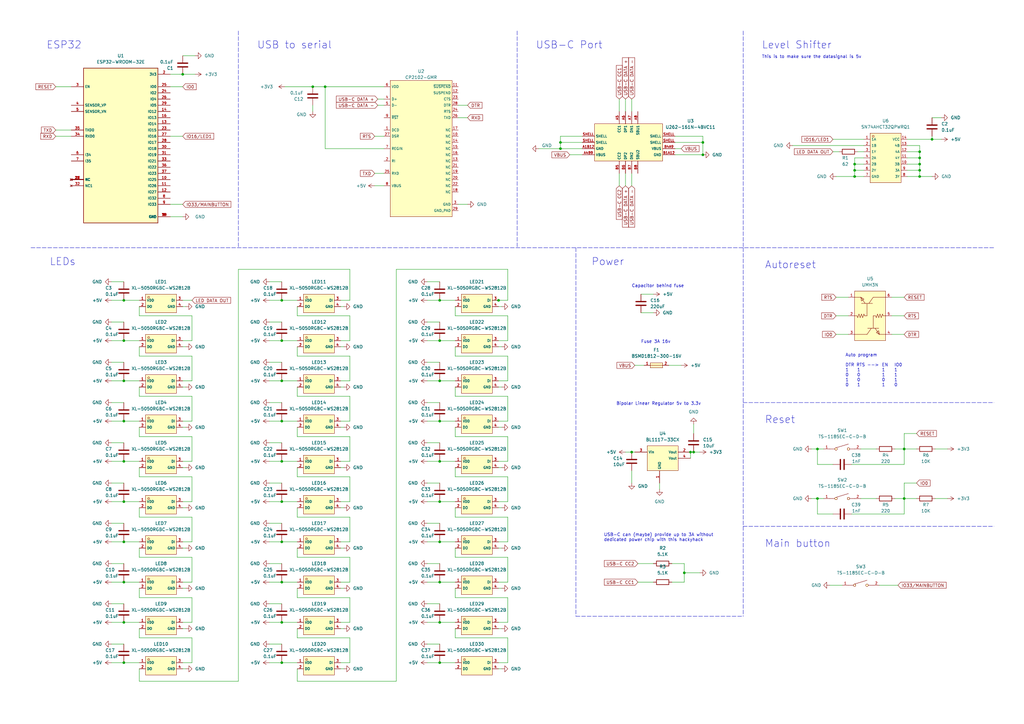
<source format=kicad_sch>
(kicad_sch (version 20211123) (generator eeschema)
  (paper "A3")
  (junction (at 115.57 255.27))
  (junction (at 335.28 184.15))
  (junction (at 370.84 184.15))
  (junction (at 115.57 123.19))
  (junction (at 50.8 255.27))
  (junction (at 50.8 238.76))
  (junction (at 350.52 72.39))
  (junction (at 115.57 222.25))
  (junction (at 350.52 67.31))
  (junction (at 115.57 238.76))
  (junction (at 50.8 189.23))
  (junction (at 180.34 238.76))
  (junction (at 50.8 139.7))
  (junction (at 280.67 234.95))
  (junction (at 115.57 271.78))
  (junction (at 370.84 204.47))
  (junction (at 50.8 205.74))
  (junction (at 128.27 35.56))
  (junction (at 115.57 139.7))
  (junction (at 115.57 156.21))
  (junction (at 382.27 57.15))
  (junction (at 180.34 205.74))
  (junction (at 288.29 58.42))
  (junction (at 50.8 172.72))
  (junction (at 180.34 255.27))
  (junction (at 204.47 123.19))
  (junction (at 180.34 172.72))
  (junction (at 288.29 63.5))
  (junction (at 50.8 123.19))
  (junction (at 50.8 271.78))
  (junction (at 50.8 156.21))
  (junction (at 377.19 72.39))
  (junction (at 74.93 30.48))
  (junction (at 229.87 58.42))
  (junction (at 377.19 67.31))
  (junction (at 50.8 222.25))
  (junction (at 180.34 222.25))
  (junction (at 335.28 204.47))
  (junction (at 284.48 185.42))
  (junction (at 377.19 62.23))
  (junction (at 115.57 205.74))
  (junction (at 180.34 123.19))
  (junction (at 180.34 271.78))
  (junction (at 259.08 185.42))
  (junction (at 180.34 139.7))
  (junction (at 115.57 172.72))
  (junction (at 180.34 156.21))
  (junction (at 133.35 35.56))
  (junction (at 377.19 69.85))
  (junction (at 115.57 189.23))
  (junction (at 229.87 60.96))
  (junction (at 180.34 189.23))
  (junction (at 350.52 69.85))
  (junction (at 283.21 185.42))
  (junction (at 377.19 64.77))
  (wire (pts (xy 74.93 175.26) (xy 76.2 175.26)))
  (wire (pts (xy 350.52 67.31) (xy 354.33 67.31)))
  (wire (pts (xy 350.52 67.31) (xy 350.52 69.85)))
  (wire (pts (xy 121.92 274.32) (xy 121.92 279.4)))
  (wire (pts (xy 283.21 185.42) (xy 284.48 185.42)))
  (wire (pts (xy 370.84 184.15) (xy 370.84 190.5)))
  (wire (pts (xy 335.28 204.47) (xy 337.82 204.47)))
  (wire (pts (xy 208.28 222.25) (xy 204.47 222.25)))
  (wire (pts (xy 139.7 142.24) (xy 140.97 142.24)))
  (wire (pts (xy 154.94 40.64) (xy 157.48 40.64)))
  (wire (pts (xy 201.93 123.19) (xy 204.47 123.19)))
  (wire (pts (xy 110.49 132.08) (xy 115.57 132.08)))
  (wire (pts (xy 74.93 123.19) (xy 78.74 123.19)))
  (wire (pts (xy 276.86 63.5) (xy 288.29 63.5)))
  (wire (pts (xy 208.28 129.54) (xy 208.28 139.7)))
  (polyline (pts (xy 304.8 12.7) (xy 304.8 101.6)))
  (wire (pts (xy 121.92 146.05) (xy 143.51 146.05)))
  (wire (pts (xy 57.15 195.58) (xy 78.74 195.58)))
  (wire (pts (xy 204.47 208.28) (xy 205.74 208.28)))
  (wire (pts (xy 180.34 123.19) (xy 186.69 123.19)))
  (wire (pts (xy 372.11 72.39) (xy 377.19 72.39)))
  (wire (pts (xy 69.85 35.56) (xy 74.93 35.56)))
  (wire (pts (xy 370.84 177.8) (xy 375.92 177.8)))
  (wire (pts (xy 128.27 35.56) (xy 133.35 35.56)))
  (wire (pts (xy 45.72 231.14) (xy 50.8 231.14)))
  (wire (pts (xy 78.74 156.21) (xy 74.93 156.21)))
  (wire (pts (xy 50.8 139.7) (xy 57.15 139.7)))
  (wire (pts (xy 180.34 172.72) (xy 186.69 172.72)))
  (wire (pts (xy 186.69 224.79) (xy 186.69 228.6)))
  (wire (pts (xy 78.74 222.25) (xy 74.93 222.25)))
  (wire (pts (xy 50.8 123.19) (xy 57.15 123.19)))
  (wire (pts (xy 143.51 255.27) (xy 139.7 255.27)))
  (wire (pts (xy 74.93 22.86) (xy 80.01 22.86)))
  (wire (pts (xy 110.49 222.25) (xy 115.57 222.25)))
  (wire (pts (xy 259.08 193.04) (xy 259.08 198.12)))
  (wire (pts (xy 370.84 184.15) (xy 370.84 177.8)))
  (wire (pts (xy 74.93 191.77) (xy 76.2 191.77)))
  (wire (pts (xy 121.92 175.26) (xy 121.92 179.07)))
  (wire (pts (xy 74.93 158.75) (xy 76.2 158.75)))
  (wire (pts (xy 377.19 59.69) (xy 377.19 62.23)))
  (wire (pts (xy 274.32 149.86) (xy 279.4 149.86)))
  (wire (pts (xy 208.28 110.49) (xy 208.28 123.19)))
  (wire (pts (xy 57.15 208.28) (xy 57.15 212.09)))
  (wire (pts (xy 57.15 142.24) (xy 57.15 146.05)))
  (wire (pts (xy 110.49 148.59) (xy 115.57 148.59)))
  (wire (pts (xy 372.11 64.77) (xy 377.19 64.77)))
  (wire (pts (xy 115.57 271.78) (xy 121.92 271.78)))
  (wire (pts (xy 175.26 264.16) (xy 180.34 264.16)))
  (wire (pts (xy 186.69 179.07) (xy 208.28 179.07)))
  (wire (pts (xy 121.92 162.56) (xy 143.51 162.56)))
  (wire (pts (xy 50.8 222.25) (xy 57.15 222.25)))
  (wire (pts (xy 208.28 189.23) (xy 204.47 189.23)))
  (wire (pts (xy 97.79 110.49) (xy 143.51 110.49)))
  (wire (pts (xy 121.92 191.77) (xy 121.92 195.58)))
  (wire (pts (xy 208.28 238.76) (xy 204.47 238.76)))
  (wire (pts (xy 335.28 184.15) (xy 337.82 184.15)))
  (polyline (pts (xy 212.09 12.7) (xy 212.09 101.6)))
  (wire (pts (xy 180.34 255.27) (xy 186.69 255.27)))
  (wire (pts (xy 350.52 64.77) (xy 350.52 67.31)))
  (wire (pts (xy 208.28 212.09) (xy 208.28 222.25)))
  (wire (pts (xy 372.11 67.31) (xy 377.19 67.31)))
  (wire (pts (xy 143.51 271.78) (xy 139.7 271.78)))
  (wire (pts (xy 57.15 191.77) (xy 57.15 195.58)))
  (wire (pts (xy 121.92 279.4) (xy 162.56 279.4)))
  (wire (pts (xy 208.28 255.27) (xy 204.47 255.27)))
  (wire (pts (xy 288.29 55.88) (xy 288.29 58.42)))
  (wire (pts (xy 350.52 69.85) (xy 354.33 69.85)))
  (wire (pts (xy 261.62 238.76) (xy 267.97 238.76)))
  (wire (pts (xy 175.26 156.21) (xy 180.34 156.21)))
  (wire (pts (xy 78.74 205.74) (xy 74.93 205.74)))
  (wire (pts (xy 284.48 185.42) (xy 287.02 185.42)))
  (wire (pts (xy 139.7 274.32) (xy 140.97 274.32)))
  (wire (pts (xy 115.57 172.72) (xy 121.92 172.72)))
  (wire (pts (xy 233.68 63.5) (xy 238.76 63.5)))
  (polyline (pts (xy 236.22 101.6) (xy 236.22 252.73)))
  (wire (pts (xy 382.27 55.88) (xy 382.27 57.15)))
  (wire (pts (xy 97.79 279.4) (xy 97.79 110.49)))
  (wire (pts (xy 341.63 62.23) (xy 344.17 62.23)))
  (wire (pts (xy 50.8 271.78) (xy 57.15 271.78)))
  (wire (pts (xy 335.28 210.82) (xy 335.28 204.47)))
  (wire (pts (xy 110.49 231.14) (xy 115.57 231.14)))
  (wire (pts (xy 57.15 179.07) (xy 78.74 179.07)))
  (wire (pts (xy 45.72 115.57) (xy 50.8 115.57)))
  (wire (pts (xy 57.15 228.6) (xy 78.74 228.6)))
  (wire (pts (xy 45.72 181.61) (xy 50.8 181.61)))
  (wire (pts (xy 110.49 189.23) (xy 115.57 189.23)))
  (wire (pts (xy 115.57 205.74) (xy 121.92 205.74)))
  (wire (pts (xy 262.89 128.27) (xy 267.97 128.27)))
  (wire (pts (xy 110.49 172.72) (xy 115.57 172.72)))
  (wire (pts (xy 180.34 271.78) (xy 186.69 271.78)))
  (wire (pts (xy 121.92 179.07) (xy 143.51 179.07)))
  (wire (pts (xy 341.63 210.82) (xy 335.28 210.82)))
  (wire (pts (xy 133.35 60.96) (xy 133.35 35.56)))
  (wire (pts (xy 69.85 88.9) (xy 74.93 88.9)))
  (wire (pts (xy 74.93 142.24) (xy 76.2 142.24)))
  (wire (pts (xy 367.03 184.15) (xy 370.84 184.15)))
  (wire (pts (xy 78.74 179.07) (xy 78.74 189.23)))
  (wire (pts (xy 74.93 257.81) (xy 76.2 257.81)))
  (wire (pts (xy 208.28 139.7) (xy 204.47 139.7)))
  (wire (pts (xy 121.92 129.54) (xy 143.51 129.54)))
  (wire (pts (xy 143.51 110.49) (xy 143.51 123.19)))
  (wire (pts (xy 115.57 189.23) (xy 121.92 189.23)))
  (wire (pts (xy 204.47 224.79) (xy 205.74 224.79)))
  (wire (pts (xy 57.15 245.11) (xy 78.74 245.11)))
  (wire (pts (xy 186.69 261.62) (xy 208.28 261.62)))
  (wire (pts (xy 74.93 224.79) (xy 76.2 224.79)))
  (wire (pts (xy 45.72 198.12) (xy 50.8 198.12)))
  (wire (pts (xy 204.47 274.32) (xy 205.74 274.32)))
  (wire (pts (xy 342.9 72.39) (xy 350.52 72.39)))
  (wire (pts (xy 370.84 204.47) (xy 370.84 198.12)))
  (wire (pts (xy 143.51 189.23) (xy 139.7 189.23)))
  (wire (pts (xy 50.8 156.21) (xy 57.15 156.21)))
  (wire (pts (xy 153.67 55.88) (xy 157.48 55.88)))
  (wire (pts (xy 372.11 62.23) (xy 377.19 62.23)))
  (wire (pts (xy 45.72 222.25) (xy 50.8 222.25)))
  (wire (pts (xy 22.86 55.88) (xy 29.21 55.88)))
  (wire (pts (xy 121.92 261.62) (xy 143.51 261.62)))
  (wire (pts (xy 186.69 162.56) (xy 208.28 162.56)))
  (wire (pts (xy 57.15 162.56) (xy 78.74 162.56)))
  (wire (pts (xy 340.36 240.03) (xy 345.44 240.03)))
  (wire (pts (xy 204.47 158.75) (xy 205.74 158.75)))
  (wire (pts (xy 370.84 198.12) (xy 375.92 198.12)))
  (wire (pts (xy 45.72 264.16) (xy 50.8 264.16)))
  (wire (pts (xy 121.92 142.24) (xy 121.92 146.05)))
  (wire (pts (xy 175.26 181.61) (xy 180.34 181.61)))
  (wire (pts (xy 50.8 189.23) (xy 57.15 189.23)))
  (wire (pts (xy 78.74 271.78) (xy 74.93 271.78)))
  (wire (pts (xy 139.7 241.3) (xy 140.97 241.3)))
  (wire (pts (xy 110.49 156.21) (xy 115.57 156.21)))
  (wire (pts (xy 121.92 125.73) (xy 121.92 129.54)))
  (wire (pts (xy 175.26 238.76) (xy 180.34 238.76)))
  (wire (pts (xy 186.69 195.58) (xy 208.28 195.58)))
  (wire (pts (xy 175.26 123.19) (xy 180.34 123.19)))
  (wire (pts (xy 45.72 205.74) (xy 50.8 205.74)))
  (wire (pts (xy 259.08 71.12) (xy 259.08 76.2)))
  (wire (pts (xy 115.57 139.7) (xy 121.92 139.7)))
  (wire (pts (xy 110.49 181.61) (xy 115.57 181.61)))
  (wire (pts (xy 143.51 139.7) (xy 139.7 139.7)))
  (wire (pts (xy 45.72 214.63) (xy 50.8 214.63)))
  (wire (pts (xy 372.11 57.15) (xy 382.27 57.15)))
  (wire (pts (xy 121.92 257.81) (xy 121.92 261.62)))
  (wire (pts (xy 175.26 198.12) (xy 180.34 198.12)))
  (wire (pts (xy 341.63 190.5) (xy 335.28 190.5)))
  (wire (pts (xy 187.96 83.82) (xy 191.77 83.82)))
  (wire (pts (xy 229.87 58.42) (xy 238.76 58.42)))
  (wire (pts (xy 186.69 158.75) (xy 186.69 162.56)))
  (wire (pts (xy 204.47 175.26) (xy 205.74 175.26)))
  (polyline (pts (xy 97.79 12.7) (xy 97.79 101.6)))
  (wire (pts (xy 175.26 255.27) (xy 180.34 255.27)))
  (wire (pts (xy 175.26 148.59) (xy 180.34 148.59)))
  (wire (pts (xy 256.54 40.64) (xy 256.54 45.72)))
  (wire (pts (xy 78.74 172.72) (xy 74.93 172.72)))
  (wire (pts (xy 208.28 271.78) (xy 204.47 271.78)))
  (wire (pts (xy 143.51 222.25) (xy 139.7 222.25)))
  (wire (pts (xy 238.76 55.88) (xy 229.87 55.88)))
  (wire (pts (xy 175.26 165.1) (xy 180.34 165.1)))
  (wire (pts (xy 143.51 212.09) (xy 143.51 222.25)))
  (polyline (pts (xy 12.7 101.6) (xy 407.67 101.6)))
  (wire (pts (xy 154.94 43.18) (xy 157.48 43.18)))
  (wire (pts (xy 377.19 69.85) (xy 377.19 72.39)))
  (wire (pts (xy 175.26 189.23) (xy 180.34 189.23)))
  (wire (pts (xy 208.28 146.05) (xy 208.28 156.21)))
  (wire (pts (xy 143.51 179.07) (xy 143.51 189.23)))
  (wire (pts (xy 121.92 212.09) (xy 143.51 212.09)))
  (wire (pts (xy 208.28 195.58) (xy 208.28 205.74)))
  (wire (pts (xy 143.51 162.56) (xy 143.51 172.72)))
  (wire (pts (xy 50.8 255.27) (xy 57.15 255.27)))
  (wire (pts (xy 22.86 53.34) (xy 29.21 53.34)))
  (wire (pts (xy 204.47 142.24) (xy 205.74 142.24)))
  (wire (pts (xy 208.28 228.6) (xy 208.28 238.76)))
  (wire (pts (xy 78.74 139.7) (xy 74.93 139.7)))
  (wire (pts (xy 74.93 208.28) (xy 76.2 208.28)))
  (wire (pts (xy 45.72 132.08) (xy 50.8 132.08)))
  (wire (pts (xy 115.57 238.76) (xy 121.92 238.76)))
  (wire (pts (xy 180.34 139.7) (xy 186.69 139.7)))
  (wire (pts (xy 175.26 271.78) (xy 180.34 271.78)))
  (wire (pts (xy 359.41 204.47) (xy 353.06 204.47)))
  (wire (pts (xy 110.49 165.1) (xy 115.57 165.1)))
  (wire (pts (xy 220.98 60.96) (xy 229.87 60.96)))
  (wire (pts (xy 45.72 165.1) (xy 50.8 165.1)))
  (wire (pts (xy 78.74 228.6) (xy 78.74 238.76)))
  (wire (pts (xy 186.69 257.81) (xy 186.69 261.62)))
  (wire (pts (xy 175.26 214.63) (xy 180.34 214.63)))
  (wire (pts (xy 208.28 156.21) (xy 204.47 156.21)))
  (wire (pts (xy 351.79 62.23) (xy 354.33 62.23)))
  (wire (pts (xy 121.92 208.28) (xy 121.92 212.09)))
  (wire (pts (xy 110.49 115.57) (xy 115.57 115.57)))
  (polyline (pts (xy 304.8 101.6) (xy 304.8 252.73)))
  (wire (pts (xy 57.15 125.73) (xy 57.15 129.54)))
  (wire (pts (xy 45.72 189.23) (xy 50.8 189.23)))
  (wire (pts (xy 175.26 139.7) (xy 180.34 139.7)))
  (wire (pts (xy 375.92 184.15) (xy 370.84 184.15)))
  (wire (pts (xy 367.03 204.47) (xy 370.84 204.47)))
  (wire (pts (xy 261.62 231.14) (xy 267.97 231.14)))
  (wire (pts (xy 377.19 67.31) (xy 377.19 69.85)))
  (wire (pts (xy 57.15 257.81) (xy 57.15 261.62)))
  (wire (pts (xy 256.54 185.42) (xy 259.08 185.42)))
  (wire (pts (xy 110.49 255.27) (xy 115.57 255.27)))
  (wire (pts (xy 377.19 72.39) (xy 382.27 72.39)))
  (wire (pts (xy 377.19 64.77) (xy 377.19 67.31)))
  (wire (pts (xy 372.11 59.69) (xy 377.19 59.69)))
  (wire (pts (xy 110.49 198.12) (xy 115.57 198.12)))
  (wire (pts (xy 78.74 212.09) (xy 78.74 222.25)))
  (wire (pts (xy 175.26 231.14) (xy 180.34 231.14)))
  (wire (pts (xy 57.15 241.3) (xy 57.15 245.11)))
  (wire (pts (xy 128.27 45.72) (xy 128.27 43.18)))
  (wire (pts (xy 139.7 158.75) (xy 140.97 158.75)))
  (wire (pts (xy 186.69 129.54) (xy 208.28 129.54)))
  (wire (pts (xy 78.74 146.05) (xy 78.74 156.21)))
  (wire (pts (xy 204.47 123.19) (xy 208.28 123.19)))
  (wire (pts (xy 22.86 35.56) (xy 29.21 35.56)))
  (wire (pts (xy 115.57 123.19) (xy 121.92 123.19)))
  (wire (pts (xy 57.15 212.09) (xy 78.74 212.09)))
  (wire (pts (xy 370.84 190.5) (xy 349.25 190.5)))
  (wire (pts (xy 365.76 137.16) (xy 370.84 137.16)))
  (wire (pts (xy 116.84 35.56) (xy 128.27 35.56)))
  (wire (pts (xy 110.49 271.78) (xy 115.57 271.78)))
  (wire (pts (xy 335.28 190.5) (xy 335.28 184.15)))
  (wire (pts (xy 180.34 205.74) (xy 186.69 205.74)))
  (wire (pts (xy 162.56 110.49) (xy 208.28 110.49)))
  (wire (pts (xy 121.92 224.79) (xy 121.92 228.6)))
  (wire (pts (xy 115.57 222.25) (xy 121.92 222.25)))
  (wire (pts (xy 45.72 247.65) (xy 50.8 247.65)))
  (wire (pts (xy 69.85 55.88) (xy 74.93 55.88)))
  (wire (pts (xy 186.69 245.11) (xy 208.28 245.11)))
  (wire (pts (xy 186.69 191.77) (xy 186.69 195.58)))
  (wire (pts (xy 78.74 255.27) (xy 74.93 255.27)))
  (wire (pts (xy 143.51 156.21) (xy 139.7 156.21)))
  (wire (pts (xy 57.15 146.05) (xy 78.74 146.05)))
  (wire (pts (xy 74.93 125.73) (xy 76.2 125.73)))
  (wire (pts (xy 354.33 64.77) (xy 350.52 64.77)))
  (wire (pts (xy 186.69 228.6) (xy 208.28 228.6)))
  (wire (pts (xy 74.93 274.32) (xy 76.2 274.32)))
  (wire (pts (xy 350.52 72.39) (xy 354.33 72.39)))
  (wire (pts (xy 332.74 184.15) (xy 335.28 184.15)))
  (wire (pts (xy 280.67 238.76) (xy 275.59 238.76)))
  (wire (pts (xy 186.69 208.28) (xy 186.69 212.09)))
  (wire (pts (xy 121.92 245.11) (xy 143.51 245.11)))
  (wire (pts (xy 208.28 179.07) (xy 208.28 189.23)))
  (wire (pts (xy 260.35 149.86) (xy 264.16 149.86)))
  (wire (pts (xy 175.26 222.25) (xy 180.34 222.25)))
  (wire (pts (xy 342.9 137.16) (xy 347.98 137.16)))
  (wire (pts (xy 208.28 162.56) (xy 208.28 172.72)))
  (wire (pts (xy 57.15 274.32) (xy 57.15 279.4)))
  (wire (pts (xy 115.57 156.21) (xy 121.92 156.21)))
  (wire (pts (xy 121.92 241.3) (xy 121.92 245.11)))
  (wire (pts (xy 208.28 245.11) (xy 208.28 255.27)))
  (wire (pts (xy 186.69 146.05) (xy 208.28 146.05)))
  (wire (pts (xy 139.7 125.73) (xy 140.97 125.73)))
  (wire (pts (xy 175.26 132.08) (xy 180.34 132.08)))
  (polyline (pts (xy 304.8 215.9) (xy 407.67 215.9)))
  (wire (pts (xy 204.47 191.77) (xy 205.74 191.77)))
  (wire (pts (xy 370.84 210.82) (xy 349.25 210.82)))
  (wire (pts (xy 229.87 55.88) (xy 229.87 58.42)))
  (wire (pts (xy 143.51 129.54) (xy 143.51 139.7)))
  (wire (pts (xy 74.93 241.3) (xy 76.2 241.3)))
  (wire (pts (xy 143.51 195.58) (xy 143.51 205.74)))
  (wire (pts (xy 139.7 175.26) (xy 140.97 175.26)))
  (wire (pts (xy 57.15 175.26) (xy 57.15 179.07)))
  (wire (pts (xy 229.87 58.42) (xy 229.87 60.96)))
  (wire (pts (xy 45.72 139.7) (xy 50.8 139.7)))
  (wire (pts (xy 162.56 279.4) (xy 162.56 110.49)))
  (wire (pts (xy 78.74 189.23) (xy 74.93 189.23)))
  (wire (pts (xy 270.51 198.12) (xy 270.51 200.66)))
  (wire (pts (xy 115.57 255.27) (xy 121.92 255.27)))
  (wire (pts (xy 110.49 123.19) (xy 115.57 123.19)))
  (wire (pts (xy 383.54 184.15) (xy 388.62 184.15)))
  (wire (pts (xy 259.08 40.64) (xy 259.08 45.72)))
  (wire (pts (xy 208.28 205.74) (xy 204.47 205.74)))
  (polyline (pts (xy 304.8 165.1) (xy 407.67 165.1)))
  (wire (pts (xy 342.9 121.92) (xy 347.98 121.92)))
  (wire (pts (xy 259.08 185.42) (xy 260.35 185.42)))
  (wire (pts (xy 186.69 212.09) (xy 208.28 212.09)))
  (wire (pts (xy 45.72 123.19) (xy 50.8 123.19)))
  (wire (pts (xy 50.8 238.76) (xy 57.15 238.76)))
  (wire (pts (xy 57.15 158.75) (xy 57.15 162.56)))
  (wire (pts (xy 78.74 261.62) (xy 78.74 271.78)))
  (wire (pts (xy 365.76 121.92) (xy 370.84 121.92)))
  (wire (pts (xy 186.69 241.3) (xy 186.69 245.11)))
  (wire (pts (xy 153.67 71.12) (xy 157.48 71.12)))
  (wire (pts (xy 57.15 224.79) (xy 57.15 228.6)))
  (wire (pts (xy 204.47 257.81) (xy 205.74 257.81)))
  (wire (pts (xy 186.69 175.26) (xy 186.69 179.07)))
  (wire (pts (xy 143.51 261.62) (xy 143.51 271.78)))
  (wire (pts (xy 121.92 228.6) (xy 143.51 228.6)))
  (wire (pts (xy 275.59 231.14) (xy 280.67 231.14)))
  (polyline (pts (xy 236.22 252.73) (xy 304.8 252.73)))
  (wire (pts (xy 110.49 247.65) (xy 115.57 247.65)))
  (wire (pts (xy 78.74 238.76) (xy 74.93 238.76)))
  (wire (pts (xy 143.51 245.11) (xy 143.51 255.27)))
  (wire (pts (xy 283.21 185.42) (xy 283.21 187.96)))
  (wire (pts (xy 121.92 195.58) (xy 143.51 195.58)))
  (wire (pts (xy 78.74 162.56) (xy 78.74 172.72)))
  (wire (pts (xy 153.67 76.2) (xy 157.48 76.2)))
  (wire (pts (xy 288.29 58.42) (xy 288.29 63.5)))
  (wire (pts (xy 110.49 238.76) (xy 115.57 238.76)))
  (wire (pts (xy 280.67 231.14) (xy 280.67 234.95)))
  (wire (pts (xy 332.74 204.47) (xy 335.28 204.47)))
  (wire (pts (xy 78.74 245.11) (xy 78.74 255.27)))
  (wire (pts (xy 175.26 205.74) (xy 180.34 205.74)))
  (wire (pts (xy 50.8 205.74) (xy 57.15 205.74)))
  (wire (pts (xy 157.48 60.96) (xy 133.35 60.96)))
  (wire (pts (xy 121.92 158.75) (xy 121.92 162.56)))
  (wire (pts (xy 341.63 57.15) (xy 354.33 57.15)))
  (wire (pts (xy 50.8 172.72) (xy 57.15 172.72)))
  (wire (pts (xy 360.68 240.03) (xy 368.3 240.03)))
  (wire (pts (xy 280.67 234.95) (xy 287.02 234.95)))
  (wire (pts (xy 254 40.64) (xy 254 45.72)))
  (wire (pts (xy 276.86 60.96) (xy 279.4 60.96)))
  (wire (pts (xy 143.51 172.72) (xy 139.7 172.72)))
  (wire (pts (xy 133.35 35.56) (xy 157.48 35.56)))
  (wire (pts (xy 139.7 191.77) (xy 140.97 191.77)))
  (wire (pts (xy 276.86 58.42) (xy 288.29 58.42)))
  (wire (pts (xy 45.72 255.27) (xy 50.8 255.27)))
  (wire (pts (xy 276.86 55.88) (xy 288.29 55.88)))
  (wire (pts (xy 57.15 279.4) (xy 97.79 279.4)))
  (wire (pts (xy 110.49 214.63) (xy 115.57 214.63)))
  (wire (pts (xy 262.89 120.65) (xy 267.97 120.65)))
  (wire (pts (xy 175.26 172.72) (xy 180.34 172.72)))
  (wire (pts (xy 74.93 30.48) (xy 80.01 30.48)))
  (wire (pts (xy 186.69 142.24) (xy 186.69 146.05)))
  (wire (pts (xy 359.41 184.15) (xy 353.06 184.15)))
  (wire (pts (xy 187.96 43.18) (xy 191.77 43.18)))
  (wire (pts (xy 139.7 208.28) (xy 140.97 208.28)))
  (wire (pts (xy 143.51 228.6) (xy 143.51 238.76)))
  (wire (pts (xy 78.74 129.54) (xy 78.74 139.7)))
  (wire (pts (xy 284.48 173.99) (xy 284.48 177.8)))
  (wire (pts (xy 78.74 195.58) (xy 78.74 205.74)))
  (wire (pts (xy 280.67 234.95) (xy 280.67 238.76)))
  (wire (pts (xy 69.85 30.48) (xy 74.93 30.48)))
  (wire (pts (xy 110.49 264.16) (xy 115.57 264.16)))
  (wire (pts (xy 57.15 261.62) (xy 78.74 261.62)))
  (wire (pts (xy 370.84 204.47) (xy 370.84 210.82)))
  (wire (pts (xy 143.51 238.76) (xy 139.7 238.76)))
  (wire (pts (xy 143.51 146.05) (xy 143.51 156.21)))
  (wire (pts (xy 139.7 224.79) (xy 140.97 224.79)))
  (wire (pts (xy 254 71.12) (xy 254 76.2)))
  (wire (pts (xy 110.49 139.7) (xy 115.57 139.7)))
  (wire (pts (xy 350.52 69.85) (xy 350.52 72.39)))
  (wire (pts (xy 383.54 204.47) (xy 388.62 204.47)))
  (wire (pts (xy 204.47 125.73) (xy 205.74 125.73)))
  (wire (pts (xy 45.72 148.59) (xy 50.8 148.59)))
  (wire (pts (xy 372.11 69.85) (xy 377.19 69.85)))
  (wire (pts (xy 204.47 241.3) (xy 205.74 241.3)))
  (wire (pts (xy 208.28 261.62) (xy 208.28 271.78)))
  (wire (pts (xy 365.76 129.54) (xy 370.84 129.54)))
  (wire (pts (xy 69.85 83.82) (xy 74.93 83.82)))
  (wire (pts (xy 377.19 62.23) (xy 377.19 64.77)))
  (wire (pts (xy 45.72 271.78) (xy 50.8 271.78)))
  (wire (pts (xy 45.72 156.21) (xy 50.8 156.21)))
  (wire (pts (xy 180.34 222.25) (xy 186.69 222.25)))
  (wire (pts (xy 186.69 125.73) (xy 186.69 129.54)))
  (wire (pts (xy 45.72 238.76) (xy 50.8 238.76)))
  (wire (pts (xy 375.92 204.47) (xy 370.84 204.47)))
  (wire (pts (xy 45.72 172.72) (xy 50.8 172.72)))
  (wire (pts (xy 139.7 123.19) (xy 143.51 123.19)))
  (wire (pts (xy 382.27 48.26) (xy 386.08 48.26)))
  (wire (pts (xy 187.96 48.26) (xy 191.77 48.26)))
  (wire (pts (xy 175.26 115.57) (xy 180.34 115.57)))
  (wire (pts (xy 382.27 57.15) (xy 386.08 57.15)))
  (wire (pts (xy 256.54 71.12) (xy 256.54 76.2)))
  (wire (pts (xy 110.49 205.74) (xy 115.57 205.74)))
  (wire (pts (xy 325.12 59.69) (xy 354.33 59.69)))
  (wire (pts (xy 180.34 156.21) (xy 186.69 156.21)))
  (wire (pts (xy 342.9 129.54) (xy 347.98 129.54)))
  (wire (pts (xy 175.26 247.65) (xy 180.34 247.65)))
  (wire (pts (xy 180.34 238.76) (xy 186.69 238.76)))
  (wire (pts (xy 208.28 172.72) (xy 204.47 172.72)))
  (wire (pts (xy 57.15 129.54) (xy 78.74 129.54)))
  (wire (pts (xy 180.34 189.23) (xy 186.69 189.23)))
  (wire (pts (xy 229.87 60.96) (xy 238.76 60.96)))
  (wire (pts (xy 139.7 257.81) (xy 140.97 257.81)))
  (wire (pts (xy 143.51 205.74) (xy 139.7 205.74)))
  (text "Autoreset\n" (at 313.69 110.49 0) (effects (font (size 3 3)) (justify left bottom)))
  (text "Capacitor behind fuse" (at 259.08 118.11 0) (effects (font (size 1.27 1.27)) (justify left bottom)))
  (text "USB to serial\n" (at 105.41 20.32 0) (effects (font (size 3 3)) (justify left bottom)))
  (text "USB-C Port" (at 219.71 20.32 0) (effects (font (size 3 3)) (justify left bottom)))
  (text "Power" (at 242.57 109.22 0) (effects (font (size 3 3)) (justify left bottom)))
  (text "USB-C can (maybe) provide up to 3A without \ndedicated power chip with this hackyhack" (at 247.65 222.25 0) (effects (font (size 1.27 1.27)) (justify left bottom)))
  (text "Main button" (at 313.69 224.79 0) (effects (font (size 3 3)) (justify left bottom)))
  (text "Bipolar Linear Regulator 5v to 3.3v" (at 252.73 166.37 0) (effects (font (size 1.27 1.27)) (justify left bottom)))
  (text "Fuse 3A 16v\n" (at 262.89 140.97 0) (effects (font (size 1.27 1.27)) (justify left bottom)))
  (text "This is to make sure the datasignal is 5v" (at 312.42 24.13 0) (effects (font (size 1.27 1.27)) (justify left bottom)))
  (text "Auto program\n\nDTR RTS -->	EN 	IO0\n1	1		1	1\n0	0		1	1\n1	0		0	1\n0	1		1	0" (at 346.71 158.75 0) (effects (font (size 1.27 1.27)) (justify left bottom)))
  (text "Level Shifter" (at 312.42 20.32 0) (effects (font (size 3 3)) (justify left bottom)))
  (text "LEDs" (at 20.32 109.22 0) (effects (font (size 3 3)) (justify left bottom)))
  (text "Reset" (at 313.69 173.99 0) (effects (font (size 3 3)) (justify left bottom)))
  (text "ESP32" (at 19.05 20.32 0) (effects (font (size 3 3)) (justify left bottom)))
  (global_label "USB-C CC2" (shape input) (at 261.62 231.14 180) (property "Intersheet References" "${INTERSHEET_REFS}" (effects hide)))
  (global_label "VBUS" (shape input) (at 233.68 63.5 180) (property "Intersheet References" "${INTERSHEET_REFS}" (effects hide)))
  (global_label "DTR" (shape input) (at 191.77 43.18 0) (property "Intersheet References" "${INTERSHEET_REFS}" (effects hide)))
  (global_label "DTR" (shape input) (at 342.9 129.54 180) (property "Intersheet References" "${INTERSHEET_REFS}" (effects hide)))
  (global_label "RESET" (shape input) (at 375.92 177.8 0) (property "Intersheet References" "${INTERSHEET_REFS}" (effects hide)))
  (global_label "IO33{slash}MAINBUTTON" (shape input) (at 74.93 83.82 0) (property "Intersheet References" "${INTERSHEET_REFS}" (effects hide)))
  (global_label "IO16{slash}LED1" (shape input) (at 74.93 55.88 0) (property "Intersheet References" "${INTERSHEET_REFS}" (effects hide)))
  (global_label "RESET" (shape input) (at 370.84 121.92 0) (property "Intersheet References" "${INTERSHEET_REFS}" (effects hide)))
  (global_label "IO0" (shape input) (at 74.93 35.56 0) (property "Intersheet References" "${INTERSHEET_REFS}" (effects hide)))
  (global_label "LED DATA OUT" (shape input) (at 78.74 123.19 0) (property "Intersheet References" "${INTERSHEET_REFS}" (effects hide)))
  (global_label "VBUS" (shape input) (at 279.4 60.96 0) (property "Intersheet References" "${INTERSHEET_REFS}" (effects hide)))
  (global_label "USB-C DATA -" (shape input) (at 154.94 43.18 180) (property "Intersheet References" "${INTERSHEET_REFS}" (effects hide)))
  (global_label "IO16{slash}LED1" (shape input) (at 341.63 57.15 180) (property "Intersheet References" "${INTERSHEET_REFS}" (effects hide)))
  (global_label "DTR" (shape input) (at 370.84 137.16 0) (property "Intersheet References" "${INTERSHEET_REFS}" (effects hide)))
  (global_label "USB-C CC1" (shape input) (at 254 40.64 90) (property "Intersheet References" "${INTERSHEET_REFS}" (effects hide)))
  (global_label "USB-C DATA +" (shape input) (at 154.94 40.64 180) (property "Intersheet References" "${INTERSHEET_REFS}" (effects hide)))
  (global_label "LED DATA OUT" (shape input) (at 341.63 62.23 180) (property "Intersheet References" "${INTERSHEET_REFS}" (effects hide)))
  (global_label "TXD" (shape input) (at 22.86 53.34 180) (property "Intersheet References" "${INTERSHEET_REFS}" (effects hide)))
  (global_label "USB-C DATA -" (shape input) (at 259.08 76.2 270) (property "Intersheet References" "${INTERSHEET_REFS}" (effects hide)))
  (global_label "RTS" (shape input) (at 370.84 129.54 0) (property "Intersheet References" "${INTERSHEET_REFS}" (effects hide)))
  (global_label "USB-C CC2" (shape input) (at 254 76.2 270) (property "Intersheet References" "${INTERSHEET_REFS}" (effects hide)))
  (global_label "IO0" (shape input) (at 342.9 137.16 180) (property "Intersheet References" "${INTERSHEET_REFS}" (effects hide)))
  (global_label "RXD" (shape input) (at 191.77 48.26 0) (property "Intersheet References" "${INTERSHEET_REFS}" (effects hide)))
  (global_label "IO33{slash}MAINBUTTON" (shape input) (at 368.3 240.03 0) (property "Intersheet References" "${INTERSHEET_REFS}" (effects hide)))
  (global_label "RTS" (shape input) (at 342.9 121.92 180) (property "Intersheet References" "${INTERSHEET_REFS}" (effects hide)))
  (global_label "RESET" (shape input) (at 22.86 35.56 180) (property "Intersheet References" "${INTERSHEET_REFS}" (effects hide)))
  (global_label "USB-C DATA +" (shape input) (at 256.54 40.64 90) (property "Intersheet References" "${INTERSHEET_REFS}" (effects hide)))
  (global_label "USB-C CC1" (shape input) (at 261.62 238.76 180) (property "Intersheet References" "${INTERSHEET_REFS}" (effects hide)))
  (global_label "USB-C DATA -" (shape input) (at 259.08 40.64 90) (property "Intersheet References" "${INTERSHEET_REFS}" (effects hide)))
  (global_label "USB-C DATA +" (shape input) (at 256.54 76.2 270) (property "Intersheet References" "${INTERSHEET_REFS}" (effects hide)))
  (global_label "RTS" (shape input) (at 153.67 55.88 180) (property "Intersheet References" "${INTERSHEET_REFS}" (effects hide)))
  (global_label "TXD" (shape input) (at 153.67 71.12 180) (property "Intersheet References" "${INTERSHEET_REFS}" (effects hide)))
  (global_label "VBUS" (shape input) (at 260.35 149.86 180) (property "Intersheet References" "${INTERSHEET_REFS}" (effects hide)))
  (global_label "RXD" (shape input) (at 22.86 55.88 180) (property "Intersheet References" "${INTERSHEET_REFS}" (effects hide)))
  (global_label "IO0" (shape input) (at 375.92 198.12 0) (property "Intersheet References" "${INTERSHEET_REFS}" (effects hide)))
  (symbol (lib_id "power:GND") (at 284.48 173.99 180) (unit 1)
    (property "Reference" "#PWR0145" (effects hide))
    (property "Value" "GND" (at 284.48 168.91 0))
  )
  (symbol (lib_id "power:GND") (at 205.74 175.26 90) (unit 1)
    (property "Reference" "#PWR0213" (effects hide))
    (property "Value" "GND" (at 209.55 175.2599 90) (effects (justify right)))
  )
  (symbol (lib_id "power:GND") (at 175.26 214.63 270) (unit 1)
    (property "Reference" "#PWR0190" (effects hide))
    (property "Value" "GND" (at 171.45 214.6299 90) (effects (justify right)))
  )
  (symbol (lib_id "GLOWINGKITTYPARTS:XL-5050RGBC-WS2812B") (at 66.04 128.27 0) (unit 1)
    (property "Reference" "LED2" (at 66.04 132.08 0))
    (property "Value" "XL-5050RGBC-WS2812B" (at 66.04 134.62 0))
    (property "Footprint" "footprint:LED-SMD_4P-L5.0-W5.0-BL_XL-5050RGBC" (effects hide))
    (property "Datasheet" "https://atta.szlcsc.com/upload/public/pdf/source/20210708/C2843785_2CEFABF204E2EF27FCE5F6F9FD929633.pdf" (effects hide))
    (property "LCSC #" "C2843785" (effects hide))
  )
  (symbol (lib_id "power:GND") (at 220.98 60.96 270) (unit 1)
    (property "Reference" "#PWR0141" (effects hide))
    (property "Value" "GND" (at 222.25 59.69 90) (effects (justify left)))
  )
  (symbol (lib_id "GLOWINGKITTYPARTS:TS-1185EC-C-D-B") (at 345.44 204.47 0) (unit 1)
    (property "Reference" "SW2" (at 345.44 196.85 0))
    (property "Value" "TS-1185EC-C-D-B" (at 345.44 199.39 0))
    (property "Footprint" "footprint:SW-SMD_4P-L3.7-W3.0-P1.50-LS4.7" (effects hide))
    (property "Datasheet" "https://item.szlcsc.com/299985.html" (effects hide))
    (property "LCSC #" "C318893" (effects hide))
  )
  (symbol (lib_id "Device:C") (at 180.34 251.46 0) (unit 1)
    (property "Reference" "C36" (at 172.72 250.19 0) (effects (justify left)))
    (property "Value" "0.1uF" (at 172.72 252.73 0) (effects (justify left)))
    (property "Footprint" "Capacitor_SMD:C_0603_1608Metric_Pad1.08x0.95mm_HandSolder" (effects hide))
  )
  (symbol (lib_id "power:GND") (at 76.2 142.24 90) (unit 1)
    (property "Reference" "#PWR0136" (effects hide))
    (property "Value" "GND" (at 80.01 142.2399 90) (effects (justify right)))
  )
  (symbol (lib_id "Device:C") (at 50.8 251.46 0) (unit 1)
    (property "Reference" "C11" (at 43.18 250.19 0) (effects (justify left)))
    (property "Value" "0.1uF" (at 43.18 252.73 0) (effects (justify left)))
    (property "Footprint" "Capacitor_SMD:C_0603_1608Metric_Pad1.08x0.95mm_HandSolder" (effects hide))
  )
  (symbol (lib_id "Device:C") (at 50.8 168.91 0) (unit 1)
    (property "Reference" "C6" (at 43.18 167.64 0) (effects (justify left)))
    (property "Value" "0.1uF" (at 43.18 170.18 0) (effects (justify left)))
    (property "Footprint" "Capacitor_SMD:C_0603_1608Metric_Pad1.08x0.95mm_HandSolder" (effects hide))
  )
  (symbol (lib_id "power:+5V") (at 175.26 123.19 90) (unit 1)
    (property "Reference" "#PWR0204" (effects hide))
    (property "Value" "+5V" (at 171.45 123.1899 90) (effects (justify left)))
  )
  (symbol (lib_id "GLOWINGKITTYPARTS:XL-5050RGBC-WS2812B") (at 195.58 177.8 0) (unit 1)
    (property "Reference" "LED25" (at 195.58 181.61 0))
    (property "Value" "XL-5050RGBC-WS2812B" (at 195.58 184.15 0))
    (property "Footprint" "footprint:LED-SMD_4P-L5.0-W5.0-BL_XL-5050RGBC" (effects hide))
    (property "Datasheet" "https://atta.szlcsc.com/upload/public/pdf/source/20210708/C2843785_2CEFABF204E2EF27FCE5F6F9FD929633.pdf" (effects hide))
    (property "LCSC #" "C2843785" (effects hide))
  )
  (symbol (lib_id "power:+5V") (at 45.72 189.23 90) (unit 1)
    (property "Reference" "#PWR0182" (effects hide))
    (property "Value" "+5V" (at 41.91 189.2299 90) (effects (justify left)))
  )
  (symbol (lib_id "Device:C") (at 180.34 267.97 0) (unit 1)
    (property "Reference" "C37" (at 172.72 266.7 0) (effects (justify left)))
    (property "Value" "0.1uF" (at 172.72 269.24 0) (effects (justify left)))
    (property "Footprint" "Capacitor_SMD:C_0603_1608Metric_Pad1.08x0.95mm_HandSolder" (effects hide))
  )
  (symbol (lib_id "power:+5V") (at 45.72 123.19 90) (unit 1)
    (property "Reference" "#PWR0134" (effects hide))
    (property "Value" "+5V" (at 41.91 123.1899 90) (effects (justify left)))
  )
  (symbol (lib_id "power:GND") (at 205.74 158.75 90) (unit 1)
    (property "Reference" "#PWR0200" (effects hide))
    (property "Value" "GND" (at 209.55 158.7499 90) (effects (justify right)))
  )
  (symbol (lib_id "Device:C") (at 115.57 201.93 0) (unit 1)
    (property "Reference" "C23" (at 107.95 200.66 0) (effects (justify left)))
    (property "Value" "0.1uF" (at 107.95 203.2 0) (effects (justify left)))
    (property "Footprint" "Capacitor_SMD:C_0603_1608Metric_Pad1.08x0.95mm_HandSolder" (effects hide))
  )
  (symbol (lib_id "power:+5V") (at 153.67 76.2 90) (unit 1)
    (property "Reference" "#PWR0101" (effects hide))
    (property "Value" "+5V" (at 146.05 76.2 90) (effects (justify right)))
  )
  (symbol (lib_id "power:GND") (at 45.72 198.12 270) (unit 1)
    (property "Reference" "#PWR0160" (effects hide))
    (property "Value" "GND" (at 41.91 198.1199 90) (effects (justify right)))
  )
  (symbol (lib_id "GLOWINGKITTYPARTS:XL-5050RGBC-WS2812B") (at 66.04 177.8 0) (unit 1)
    (property "Reference" "LED5" (at 66.04 181.61 0))
    (property "Value" "XL-5050RGBC-WS2812B" (at 66.04 184.15 0))
    (property "Footprint" "footprint:LED-SMD_4P-L5.0-W5.0-BL_XL-5050RGBC" (effects hide))
    (property "Datasheet" "https://atta.szlcsc.com/upload/public/pdf/source/20210708/C2843785_2CEFABF204E2EF27FCE5F6F9FD929633.pdf" (effects hide))
    (property "LCSC #" "C2843785" (effects hide))
  )
  (symbol (lib_id "GLOWINGKITTYPARTS:TS-1185EC-C-D-B") (at 353.06 240.03 0) (unit 1)
    (property "Reference" "SW3" (at 353.06 232.41 0))
    (property "Value" "TS-1185EC-C-D-B" (at 353.06 234.95 0))
    (property "Footprint" "footprint:SW-SMD_4P-L3.7-W3.0-P1.50-LS4.7" (effects hide))
    (property "Datasheet" "https://item.szlcsc.com/299985.html" (effects hide))
    (property "LCSC #" "C318893" (effects hide))
  )
  (symbol (lib_id "power:GND") (at 191.77 83.82 90) (unit 1)
    (property "Reference" "#PWR0138" (effects hide))
    (property "Value" "GND" (at 195.58 83.8199 90) (effects (justify right)))
  )
  (symbol (lib_id "Device:C") (at 115.57 119.38 0) (unit 1)
    (property "Reference" "C18" (at 107.95 118.11 0) (effects (justify left)))
    (property "Value" "0.1uF" (at 107.95 120.65 0) (effects (justify left)))
    (property "Footprint" "Capacitor_SMD:C_0603_1608Metric_Pad1.08x0.95mm_HandSolder" (effects hide))
  )
  (symbol (lib_id "Device:C") (at 115.57 251.46 0) (unit 1)
    (property "Reference" "C26" (at 107.95 250.19 0) (effects (justify left)))
    (property "Value" "0.1uF" (at 107.95 252.73 0) (effects (justify left)))
    (property "Footprint" "Capacitor_SMD:C_0603_1608Metric_Pad1.08x0.95mm_HandSolder" (effects hide))
  )
  (symbol (lib_id "GLOWINGKITTYPARTS:XL-5050RGBC-WS2812B") (at 66.04 210.82 0) (unit 1)
    (property "Reference" "LED7" (at 66.04 214.63 0))
    (property "Value" "XL-5050RGBC-WS2812B" (at 66.04 217.17 0))
    (property "Footprint" "footprint:LED-SMD_4P-L5.0-W5.0-BL_XL-5050RGBC" (effects hide))
    (property "Datasheet" "https://atta.szlcsc.com/upload/public/pdf/source/20210708/C2843785_2CEFABF204E2EF27FCE5F6F9FD929633.pdf" (effects hide))
    (property "LCSC #" "C2843785" (effects hide))
  )
  (symbol (lib_id "Device:C") (at 50.8 119.38 0) (unit 1)
    (property "Reference" "C3" (at 43.18 118.11 0) (effects (justify left)))
    (property "Value" "0.1uF" (at 43.18 120.65 0) (effects (justify left)))
    (property "Footprint" "Capacitor_SMD:C_0603_1608Metric_Pad1.08x0.95mm_HandSolder" (effects hide))
  )
  (symbol (lib_id "power:+5V") (at 110.49 238.76 90) (unit 1)
    (property "Reference" "#PWR0170" (effects hide))
    (property "Value" "+5V" (at 106.68 238.7599 90) (effects (justify left)))
  )
  (symbol (lib_id "power:GND") (at 110.49 115.57 270) (unit 1)
    (property "Reference" "#PWR0115" (effects hide))
    (property "Value" "GND" (at 106.68 115.5699 90) (effects (justify right)))
  )
  (symbol (lib_id "power:GND") (at 205.74 257.81 90) (unit 1)
    (property "Reference" "#PWR0208" (effects hide))
    (property "Value" "GND" (at 209.55 257.8099 90) (effects (justify right)))
  )
  (symbol (lib_id "Device:C") (at 50.8 201.93 0) (unit 1)
    (property "Reference" "C8" (at 43.18 200.66 0) (effects (justify left)))
    (property "Value" "0.1uF" (at 43.18 203.2 0) (effects (justify left)))
    (property "Footprint" "Capacitor_SMD:C_0603_1608Metric_Pad1.08x0.95mm_HandSolder" (effects hide))
  )
  (symbol (lib_id "GLOWINGKITTYPARTS:XL-5050RGBC-WS2812B") (at 130.81 194.31 0) (unit 1)
    (property "Reference" "LED16" (at 130.81 198.12 0))
    (property "Value" "XL-5050RGBC-WS2812B" (at 130.81 200.66 0))
    (property "Footprint" "footprint:LED-SMD_4P-L5.0-W5.0-BL_XL-5050RGBC" (effects hide))
    (property "Datasheet" "https://atta.szlcsc.com/upload/public/pdf/source/20210708/C2843785_2CEFABF204E2EF27FCE5F6F9FD929633.pdf" (effects hide))
    (property "LCSC #" "C2843785" (effects hide))
  )
  (symbol (lib_id "power:+5V") (at 110.49 172.72 90) (unit 1)
    (property "Reference" "#PWR0110" (effects hide))
    (property "Value" "+5V" (at 106.68 172.7199 90) (effects (justify left)))
  )
  (symbol (lib_id "GLOWINGKITTYPARTS:XL-5050RGBC-WS2812B") (at 130.81 210.82 0) (unit 1)
    (property "Reference" "LED17" (at 130.81 214.63 0))
    (property "Value" "XL-5050RGBC-WS2812B" (at 130.81 217.17 0))
    (property "Footprint" "footprint:LED-SMD_4P-L5.0-W5.0-BL_XL-5050RGBC" (effects hide))
    (property "Datasheet" "https://atta.szlcsc.com/upload/public/pdf/source/20210708/C2843785_2CEFABF204E2EF27FCE5F6F9FD929633.pdf" (effects hide))
    (property "LCSC #" "C2843785" (effects hide))
  )
  (symbol (lib_id "power:GND") (at 325.12 59.69 270) (unit 1)
    (property "Reference" "#PWR0109" (effects hide))
    (property "Value" "GND" (at 321.31 59.6899 90) (effects (justify right)))
  )
  (symbol (lib_id "Device:C") (at 115.57 185.42 0) (unit 1)
    (property "Reference" "C22" (at 107.95 184.15 0) (effects (justify left)))
    (property "Value" "0.1uF" (at 107.95 186.69 0) (effects (justify left)))
    (property "Footprint" "Capacitor_SMD:C_0603_1608Metric_Pad1.08x0.95mm_HandSolder" (effects hide))
  )
  (symbol (lib_id "power:GND") (at 110.49 247.65 270) (unit 1)
    (property "Reference" "#PWR0169" (effects hide))
    (property "Value" "GND" (at 106.68 247.6499 90) (effects (justify right)))
  )
  (symbol (lib_id "power:GND") (at 140.97 142.24 90) (unit 1)
    (property "Reference" "#PWR0124" (effects hide))
    (property "Value" "GND" (at 144.78 142.2399 90) (effects (justify right)))
  )
  (symbol (lib_id "GLOWINGKITTYPARTS:XL-5050RGBC-WS2812B") (at 66.04 144.78 0) (unit 1)
    (property "Reference" "LED3" (at 66.04 148.59 0))
    (property "Value" "XL-5050RGBC-WS2812B" (at 66.04 151.13 0))
    (property "Footprint" "footprint:LED-SMD_4P-L5.0-W5.0-BL_XL-5050RGBC" (effects hide))
    (property "Datasheet" "https://atta.szlcsc.com/upload/public/pdf/source/20210708/C2843785_2CEFABF204E2EF27FCE5F6F9FD929633.pdf" (effects hide))
    (property "LCSC #" "C2843785" (effects hide))
  )
  (symbol (lib_id "power:GND") (at 175.26 264.16 270) (unit 1)
    (property "Reference" "#PWR0196" (effects hide))
    (property "Value" "GND" (at 171.45 264.1599 90) (effects (justify right)))
  )
  (symbol (lib_id "power:GND") (at 270.51 200.66 0) (unit 1)
    (property "Reference" "#PWR0148" (effects hide))
    (property "Value" "GND" (at 270.51 205.74 0))
  )
  (symbol (lib_id "Device:C") (at 180.34 234.95 0) (unit 1)
    (property "Reference" "C35" (at 172.72 233.68 0) (effects (justify left)))
    (property "Value" "0.1uF" (at 172.72 236.22 0) (effects (justify left)))
    (property "Footprint" "Capacitor_SMD:C_0603_1608Metric_Pad1.08x0.95mm_HandSolder" (effects hide))
  )
  (symbol (lib_id "power:+5V") (at 175.26 271.78 90) (unit 1)
    (property "Reference" "#PWR0194" (effects hide))
    (property "Value" "+5V" (at 171.45 271.7799 90) (effects (justify left)))
  )
  (symbol (lib_id "Device:C") (at 115.57 218.44 0) (unit 1)
    (property "Reference" "C24" (at 107.95 217.17 0) (effects (justify left)))
    (property "Value" "0.1uF" (at 107.95 219.71 0) (effects (justify left)))
    (property "Footprint" "Capacitor_SMD:C_0603_1608Metric_Pad1.08x0.95mm_HandSolder" (effects hide))
  )
  (symbol (lib_id "power:+5V") (at 110.49 205.74 90) (unit 1)
    (property "Reference" "#PWR0174" (effects hide))
    (property "Value" "+5V" (at 106.68 205.7399 90) (effects (justify left)))
  )
  (symbol (lib_id "power:+5V") (at 45.72 238.76 90) (unit 1)
    (property "Reference" "#PWR0153" (effects hide))
    (property "Value" "+5V" (at 41.91 238.7599 90) (effects (justify left)))
  )
  (symbol (lib_id "Device:C") (at 115.57 135.89 0) (unit 1)
    (property "Reference" "C19" (at 107.95 134.62 0) (effects (justify left)))
    (property "Value" "0.1uF" (at 107.95 137.16 0) (effects (justify left)))
    (property "Footprint" "Capacitor_SMD:C_0603_1608Metric_Pad1.08x0.95mm_HandSolder" (effects hide))
  )
  (symbol (lib_id "power:GND") (at 140.97 257.81 90) (unit 1)
    (property "Reference" "#PWR0128" (effects hide))
    (property "Value" "GND" (at 144.78 257.8099 90) (effects (justify right)))
  )
  (symbol (lib_id "power:GND") (at 76.2 191.77 90) (unit 1)
    (property "Reference" "#PWR0184" (effects hide))
    (property "Value" "GND" (at 80.01 191.7699 90) (effects (justify right)))
  )
  (symbol (lib_id "power:GND") (at 76.2 241.3 90) (unit 1)
    (property "Reference" "#PWR0158" (effects hide))
    (property "Value" "GND" (at 80.01 241.2999 90) (effects (justify right)))
  )
  (symbol (lib_id "power:+5V") (at 175.26 156.21 90) (unit 1)
    (property "Reference" "#PWR0202" (effects hide))
    (property "Value" "+5V" (at 171.45 156.2099 90) (effects (justify left)))
  )
  (symbol (lib_id "power:+3.3V") (at 287.02 185.42 270) (unit 1)
    (property "Reference" "#PWR0149" (effects hide))
    (property "Value" "+3.3V" (at 290.83 185.4199 90) (effects (justify left)))
  )
  (symbol (lib_id "GLOWINGKITTYPARTS:BL1117-33CX") (at 271.78 176.53 0) (unit 1)
    (property "Reference" "U4" (at 271.78 177.8 0))
    (property "Value" "BL1117-33CX" (at 271.78 180.34 0))
    (property "Footprint" "footprint:SOT-223-4_L6.5-W3.5-P2.30-LS7.0-BR" (effects hide))
    (property "Datasheet" "https://item.szlcsc.com/84517.html" (effects hide))
    (property "LCSC #" "C5400" (effects hide))
  )
  (symbol (lib_id "GLOWINGKITTYPARTS:XL-5050RGBC-WS2812B") (at 66.04 227.33 0) (unit 1)
    (property "Reference" "LED8" (at 66.04 231.14 0))
    (property "Value" "XL-5050RGBC-WS2812B" (at 66.04 233.68 0))
    (property "Footprint" "footprint:LED-SMD_4P-L5.0-W5.0-BL_XL-5050RGBC" (effects hide))
    (property "Datasheet" "https://atta.szlcsc.com/upload/public/pdf/source/20210708/C2843785_2CEFABF204E2EF27FCE5F6F9FD929633.pdf" (effects hide))
    (property "LCSC #" "C2843785" (effects hide))
  )
  (symbol (lib_id "power:+5V") (at 45.72 172.72 90) (unit 1)
    (property "Reference" "#PWR0179" (effects hide))
    (property "Value" "+5V" (at 41.91 172.7199 90) (effects (justify left)))
  )
  (symbol (lib_id "GLOWINGKITTYPARTS:XL-5050RGBC-WS2812B") (at 195.58 111.76 0) (unit 1)
    (property "Reference" "LED21" (at 195.58 115.57 0))
    (property "Value" "XL-5050RGBC-WS2812B" (at 195.58 118.11 0))
    (property "Footprint" "footprint:LED-SMD_4P-L5.0-W5.0-BL_XL-5050RGBC" (effects hide))
    (property "Datasheet" "https://atta.szlcsc.com/upload/public/pdf/source/20210708/C2843785_2CEFABF204E2EF27FCE5F6F9FD929633.pdf" (effects hide))
    (property "LCSC #" "C2843785" (effects hide))
  )
  (symbol (lib_id "power:GND") (at 205.74 241.3 90) (unit 1)
    (property "Reference" "#PWR0210" (effects hide))
    (property "Value" "GND" (at 209.55 241.2999 90) (effects (justify right)))
  )
  (symbol (lib_id "power:+5V") (at 175.26 222.25 90) (unit 1)
    (property "Reference" "#PWR0191" (effects hide))
    (property "Value" "+5V" (at 171.45 222.2499 90) (effects (justify left)))
  )
  (symbol (lib_id "Device:C") (at 382.27 52.07 0) (unit 1)
    (property "Reference" "C2" (at 386.08 50.7999 0) (effects (justify left)))
    (property "Value" "0.1uF" (at 386.08 53.3399 0) (effects (justify left)))
    (property "Footprint" "Capacitor_SMD:C_0603_1608Metric_Pad1.08x0.95mm_HandSolder" (effects hide))
  )
  (symbol (lib_id "GLOWINGKITTYPARTS:XL-5050RGBC-WS2812B") (at 195.58 210.82 0) (unit 1)
    (property "Reference" "LED27" (at 195.58 214.63 0))
    (property "Value" "XL-5050RGBC-WS2812B" (at 195.58 217.17 0))
    (property "Footprint" "footprint:LED-SMD_4P-L5.0-W5.0-BL_XL-5050RGBC" (effects hide))
    (property "Datasheet" "https://atta.szlcsc.com/upload/public/pdf/source/20210708/C2843785_2CEFABF204E2EF27FCE5F6F9FD929633.pdf" (effects hide))
    (property "LCSC #" "C2843785" (effects hide))
  )
  (symbol (lib_id "GLOWINGKITTYPARTS:XL-5050RGBC-WS2812B") (at 66.04 260.35 0) (unit 1)
    (property "Reference" "LED10" (at 66.04 264.16 0))
    (property "Value" "XL-5050RGBC-WS2812B" (at 66.04 266.7 0))
    (property "Footprint" "footprint:LED-SMD_4P-L5.0-W5.0-BL_XL-5050RGBC" (effects hide))
    (property "Datasheet" "https://atta.szlcsc.com/upload/public/pdf/source/20210708/C2843785_2CEFABF204E2EF27FCE5F6F9FD929633.pdf" (effects hide))
    (property "LCSC #" "C2843785" (effects hide))
  )
  (symbol (lib_id "power:GND") (at 45.72 231.14 270) (unit 1)
    (property "Reference" "#PWR0154" (effects hide))
    (property "Value" "GND" (at 41.91 231.1399 90) (effects (justify right)))
  )
  (symbol (lib_id "power:+5V") (at 45.72 205.74 90) (unit 1)
    (property "Reference" "#PWR0161" (effects hide))
    (property "Value" "+5V" (at 41.91 205.7399 90) (effects (justify left)))
  )
  (symbol (lib_id "Device:C") (at 128.27 39.37 180) (unit 1)
    (property "Reference" "C12" (at 124.46 40.6401 0) (effects (justify left)))
    (property "Value" "0.1uF" (at 124.46 38.1001 0) (effects (justify left)))
    (property "Footprint" "Capacitor_SMD:C_0603_1608Metric_Pad1.08x0.95mm_HandSolder" (effects hide))
  )
  (symbol (lib_id "power:+5V") (at 110.49 255.27 90) (unit 1)
    (property "Reference" "#PWR0168" (effects hide))
    (property "Value" "+5V" (at 106.68 255.2699 90) (effects (justify left)))
  )
  (symbol (lib_id "GLOWINGKITTYPARTS:UMH3N") (at 356.87 128.27 0) (unit 1)
    (property "Reference" "U5" (at 356.87 114.3 0))
    (property "Value" "UMH3N" (at 356.87 116.84 0))
    (property "Footprint" "footprint:SC-70-6_L2.2-W1.3-P0.65-LS2.1-BR" (effects hide))
    (property "Datasheet" "https://item.szlcsc.com/112963.html" (effects hide))
    (property "LCSC #" "C62892" (effects hide))
  )
  (symbol (lib_id "power:+5V") (at 45.72 255.27 90) (unit 1)
    (property "Reference" "#PWR0163" (effects hide))
    (property "Value" "+5V" (at 41.91 255.2699 90) (effects (justify left)))
  )
  (symbol (lib_id "Device:C") (at 50.8 185.42 0) (unit 1)
    (property "Reference" "C7" (at 43.18 184.15 0) (effects (justify left)))
    (property "Value" "0.1uF" (at 43.18 186.69 0) (effects (justify left)))
    (property "Footprint" "Capacitor_SMD:C_0603_1608Metric_Pad1.08x0.95mm_HandSolder" (effects hide))
  )
  (symbol (lib_id "power:GND") (at 205.74 208.28 90) (unit 1)
    (property "Reference" "#PWR0212" (effects hide))
    (property "Value" "GND" (at 209.55 208.2799 90) (effects (justify right)))
  )
  (symbol (lib_id "power:GND") (at 140.97 125.73 90) (unit 1)
    (property "Reference" "#PWR0123" (effects hide))
    (property "Value" "GND" (at 144.78 125.7299 90) (effects (justify right)))
  )
  (symbol (lib_id "power:+5V") (at 386.08 57.15 270) (unit 1)
    (property "Reference" "#PWR0106" (effects hide))
    (property "Value" "+5V" (at 389.89 57.1499 90) (effects (justify left)))
  )
  (symbol (lib_id "power:GND") (at 45.72 132.08 270) (unit 1)
    (property "Reference" "#PWR0129" (effects hide))
    (property "Value" "GND" (at 41.91 132.0799 90) (effects (justify right)))
  )
  (symbol (lib_id "Device:C") (at 180.34 135.89 0) (unit 1)
    (property "Reference" "C29" (at 172.72 134.62 0) (effects (justify left)))
    (property "Value" "0.1uF" (at 172.72 137.16 0) (effects (justify left)))
    (property "Footprint" "Capacitor_SMD:C_0603_1608Metric_Pad1.08x0.95mm_HandSolder" (effects hide))
  )
  (symbol (lib_id "GLOWINGKITTYPARTS:TS-1185EC-C-D-B") (at 345.44 184.15 0) (unit 1)
    (property "Reference" "SW1" (at 345.44 176.53 0))
    (property "Value" "TS-1185EC-C-D-B" (at 345.44 179.07 0))
    (property "Footprint" "footprint:SW-SMD_4P-L3.7-W3.0-P1.50-LS4.7" (effects hide))
    (property "Datasheet" "https://item.szlcsc.com/299985.html" (effects hide))
    (property "LCSC #" "C318893" (effects hide))
  )
  (symbol (lib_id "power:GND") (at 386.08 48.26 90) (unit 1)
    (property "Reference" "#PWR0105" (effects hide))
    (property "Value" "GND" (at 389.89 48.2599 90) (effects (justify right)))
  )
  (symbol (lib_id "Device:C") (at 115.57 234.95 0) (unit 1)
    (property "Reference" "C25" (at 107.95 233.68 0) (effects (justify left)))
    (property "Value" "0.1uF" (at 107.95 236.22 0) (effects (justify left)))
    (property "Footprint" "Capacitor_SMD:C_0603_1608Metric_Pad1.08x0.95mm_HandSolder" (effects hide))
  )
  (symbol (lib_id "power:+5V") (at 110.49 222.25 90) (unit 1)
    (property "Reference" "#PWR0171" (effects hide))
    (property "Value" "+5V" (at 106.68 222.2499 90) (effects (justify left)))
  )
  (symbol (lib_id "GLOWINGKITTYPARTS:XL-5050RGBC-WS2812B") (at 66.04 111.76 0) (unit 1)
    (property "Reference" "LED1" (at 66.04 115.57 0))
    (property "Value" "XL-5050RGBC-WS2812B" (at 66.04 118.11 0))
    (property "Footprint" "footprint:LED-SMD_4P-L5.0-W5.0-BL_XL-5050RGBC" (effects hide))
    (property "Datasheet" "https://atta.szlcsc.com/upload/public/pdf/source/20210708/C2843785_2CEFABF204E2EF27FCE5F6F9FD929633.pdf" (effects hide))
    (property "LCSC #" "C2843785" (effects hide))
  )
  (symbol (lib_id "GLOWINGKITTYPARTS:BSMD1812-300-16V") (at 269.24 137.16 0) (unit 1)
    (property "Reference" "F1" (at 269.24 143.51 0))
    (property "Value" "BSMD1812-300-16V" (at 269.24 146.05 0))
    (property "Footprint" "footprint:F1812" (effects hide))
    (property "Datasheet" "https://item.szlcsc.com/343302.html" (effects hide))
  )
  (symbol (lib_id "Device:C") (at 115.57 168.91 0) (unit 1)
    (property "Reference" "C21" (at 107.95 167.64 0) (effects (justify left)))
    (property "Value" "0.1uF" (at 107.95 170.18 0) (effects (justify left)))
    (property "Footprint" "Capacitor_SMD:C_0603_1608Metric_Pad1.08x0.95mm_HandSolder" (effects hide))
  )
  (symbol (lib_id "GLOWINGKITTYPARTS:XL-5050RGBC-WS2812B") (at 195.58 260.35 0) (unit 1)
    (property "Reference" "LED30" (at 195.58 264.16 0))
    (property "Value" "XL-5050RGBC-WS2812B" (at 195.58 266.7 0))
    (property "Footprint" "footprint:LED-SMD_4P-L5.0-W5.0-BL_XL-5050RGBC" (effects hide))
    (property "Datasheet" "https://atta.szlcsc.com/upload/public/pdf/source/20210708/C2843785_2CEFABF204E2EF27FCE5F6F9FD929633.pdf" (effects hide))
    (property "LCSC #" "C2843785" (effects hide))
  )
  (symbol (lib_id "power:GND") (at 140.97 224.79 90) (unit 1)
    (property "Reference" "#PWR0125" (effects hide))
    (property "Value" "GND" (at 144.78 224.7899 90) (effects (justify right)))
  )
  (symbol (lib_id "GLOWINGKITTYPARTS:XL-5050RGBC-WS2812B") (at 130.81 227.33 0) (unit 1)
    (property "Reference" "LED18" (at 130.81 231.14 0))
    (property "Value" "XL-5050RGBC-WS2812B" (at 130.81 233.68 0))
    (property "Footprint" "footprint:LED-SMD_4P-L5.0-W5.0-BL_XL-5050RGBC" (effects hide))
    (property "Datasheet" "https://atta.szlcsc.com/upload/public/pdf/source/20210708/C2843785_2CEFABF204E2EF27FCE5F6F9FD929633.pdf" (effects hide))
    (property "LCSC #" "C2843785" (effects hide))
  )
  (symbol (lib_id "power:GND") (at 110.49 132.08 270) (unit 1)
    (property "Reference" "#PWR0122" (effects hide))
    (property "Value" "GND" (at 106.68 132.0799 90) (effects (justify right)))
  )
  (symbol (lib_id "power:GND") (at 205.74 191.77 90) (unit 1)
    (property "Reference" "#PWR0214" (effects hide))
    (property "Value" "GND" (at 209.55 191.7699 90) (effects (justify right)))
  )
  (symbol (lib_id "Device:C") (at 180.34 201.93 0) (unit 1)
    (property "Reference" "C33" (at 172.72 200.66 0) (effects (justify left)))
    (property "Value" "0.1uF" (at 172.72 203.2 0) (effects (justify left)))
    (property "Footprint" "Capacitor_SMD:C_0603_1608Metric_Pad1.08x0.95mm_HandSolder" (effects hide))
  )
  (symbol (lib_id "GLOWINGKITTYPARTS:SN74AHCT32QPWRQ1") (at 363.22 52.07 0) (unit 1)
    (property "Reference" "U6" (at 363.22 49.53 0))
    (property "Value" "SN74AHCT32QPWRQ1" (at 363.22 52.07 0))
    (property "Footprint" "footprint:TSSOP-14_L5.0-W4.4-P0.65-LS6.5-BL" (effects hide))
    (property "Datasheet" "https://item.szlcsc.com/209060.html" (effects hide))
    (property "LCSC #" "C507218" (effects hide))
  )
  (symbol (lib_id "Device:10uF 0603") (at 345.44 210.82 270) (unit 1)
    (property "Reference" "C39" (at 353.06 207.01 90) (effects (justify right)))
    (property "Value" "1nF" (at 353.06 209.55 90) (effects (justify right)))
    (property "Footprint" "Capacitor_SMD:C_0603_1608Metric_Pad1.08x0.95mm_HandSolder" (effects hide))
    (property "LCSC Part #" "C1588" (effects hide))
  )
  (symbol (lib_id "GLOWINGKITTYPARTS:XL-5050RGBC-WS2812B") (at 66.04 194.31 0) (unit 1)
    (property "Reference" "LED6" (at 66.04 198.12 0))
    (property "Value" "XL-5050RGBC-WS2812B" (at 66.04 200.66 0))
    (property "Footprint" "footprint:LED-SMD_4P-L5.0-W5.0-BL_XL-5050RGBC" (effects hide))
    (property "Datasheet" "https://atta.szlcsc.com/upload/public/pdf/source/20210708/C2843785_2CEFABF204E2EF27FCE5F6F9FD929633.pdf" (effects hide))
    (property "LCSC #" "C2843785" (effects hide))
  )
  (symbol (lib_id "power:+5V") (at 110.49 156.21 90) (unit 1)
    (property "Reference" "#PWR0111" (effects hide))
    (property "Value" "+5V" (at 106.68 156.2099 90) (effects (justify left)))
  )
  (symbol (lib_id "power:GND") (at 110.49 181.61 270) (unit 1)
    (property "Reference" "#PWR0116" (effects hide))
    (property "Value" "GND" (at 106.68 181.6099 90) (effects (justify right)))
  )
  (symbol (lib_id "power:GND") (at 110.49 148.59 270) (unit 1)
    (property "Reference" "#PWR0112" (effects hide))
    (property "Value" "GND" (at 106.68 148.5899 90) (effects (justify right)))
  )
  (symbol (lib_id "GLOWINGKITTYPARTS:XL-5050RGBC-WS2812B") (at 195.58 243.84 0) (unit 1)
    (property "Reference" "LED29" (at 195.58 247.65 0))
    (property "Value" "XL-5050RGBC-WS2812B" (at 195.58 250.19 0))
    (property "Footprint" "footprint:LED-SMD_4P-L5.0-W5.0-BL_XL-5050RGBC" (effects hide))
    (property "Datasheet" "https://atta.szlcsc.com/upload/public/pdf/source/20210708/C2843785_2CEFABF204E2EF27FCE5F6F9FD929633.pdf" (effects hide))
    (property "LCSC #" "C2843785" (effects hide))
  )
  (symbol (lib_id "power:GND") (at 74.93 88.9 90) (unit 1)
    (property "Reference" "#PWR0137" (effects hide))
    (property "Value" "GND" (at 80.01 88.8999 90) (effects (justify right)))
  )
  (symbol (lib_id "Device:C") (at 115.57 152.4 0) (unit 1)
    (property "Reference" "C20" (at 107.95 151.13 0) (effects (justify left)))
    (property "Value" "0.1uF" (at 107.95 153.67 0) (effects (justify left)))
    (property "Footprint" "Capacitor_SMD:C_0603_1608Metric_Pad1.08x0.95mm_HandSolder" (effects hide))
  )
  (symbol (lib_id "power:GND") (at 76.2 175.26 90) (unit 1)
    (property "Reference" "#PWR0181" (effects hide))
    (property "Value" "GND" (at 80.01 175.2599 90) (effects (justify right)))
  )
  (symbol (lib_id "GLOWINGKITTYPARTS:XL-5050RGBC-WS2812B") (at 66.04 161.29 0) (unit 1)
    (property "Reference" "LED4" (at 66.04 165.1 0))
    (property "Value" "XL-5050RGBC-WS2812B" (at 66.04 167.64 0))
    (property "Footprint" "footprint:LED-SMD_4P-L5.0-W5.0-BL_XL-5050RGBC" (effects hide))
    (property "Datasheet" "https://atta.szlcsc.com/upload/public/pdf/source/20210708/C2843785_2CEFABF204E2EF27FCE5F6F9FD929633.pdf" (effects hide))
    (property "LCSC #" "C2843785" (effects hide))
  )
  (symbol (lib_id "power:GND") (at 45.72 165.1 270) (unit 1)
    (property "Reference" "#PWR0180" (effects hide))
    (property "Value" "GND" (at 41.91 165.0999 90) (effects (justify right)))
  )
  (symbol (lib_id "power:+5V") (at 45.72 222.25 90) (unit 1)
    (property "Reference" "#PWR0156" (effects hide))
    (property "Value" "+5V" (at 41.91 222.2499 90) (effects (justify left)))
  )
  (symbol (lib_id "power:+5V") (at 175.26 238.76 90) (unit 1)
    (property "Reference" "#PWR0192" (effects hide))
    (property "Value" "+5V" (at 171.45 238.7599 90) (effects (justify left)))
  )
  (symbol (lib_id "Device:10K 0603") (at 363.22 204.47 90) (unit 1)
    (property "Reference" "R5" (at 363.22 207.01 90))
    (property "Value" "220" (at 363.22 209.55 90))
    (property "Footprint" "Resistor_SMD:R_0603_1608Metric_Pad0.98x0.95mm_HandSolder" (effects hide))
    (property "LCSC Part #" "C22962" (effects hide))
  )
  (symbol (lib_id "Device:C") (at 180.34 185.42 0) (unit 1)
    (property "Reference" "C32" (at 172.72 184.15 0) (effects (justify left)))
    (property "Value" "0.1uF" (at 172.72 186.69 0) (effects (justify left)))
    (property "Footprint" "Capacitor_SMD:C_0603_1608Metric_Pad1.08x0.95mm_HandSolder" (effects hide))
  )
  (symbol (lib_id "power:GND") (at 76.2 158.75 90) (unit 1)
    (property "Reference" "#PWR0133" (effects hide))
    (property "Value" "GND" (at 80.01 158.7499 90) (effects (justify right)))
  )
  (symbol (lib_id "power:+5V") (at 45.72 156.21 90) (unit 1)
    (property "Reference" "#PWR0131" (effects hide))
    (property "Value" "+5V" (at 41.91 156.2099 90) (effects (justify left)))
  )
  (symbol (lib_id "GLOWINGKITTYPARTS:XL-5050RGBC-WS2812B") (at 130.81 177.8 0) (unit 1)
    (property "Reference" "LED15" (at 130.81 181.61 0))
    (property "Value" "XL-5050RGBC-WS2812B" (at 130.81 184.15 0))
    (property "Footprint" "footprint:LED-SMD_4P-L5.0-W5.0-BL_XL-5050RGBC" (effects hide))
    (property "Datasheet" "https://atta.szlcsc.com/upload/public/pdf/source/20210708/C2843785_2CEFABF204E2EF27FCE5F6F9FD929633.pdf" (effects hide))
    (property "LCSC #" "C2843785" (effects hide))
  )
  (symbol (lib_id "power:GND") (at 76.2 125.73 90) (unit 1)
    (property "Reference" "#PWR0152" (effects hide))
    (property "Value" "GND" (at 80.01 125.7299 90) (effects (justify right)))
  )
  (symbol (lib_id "power:+5V") (at 256.54 185.42 90) (unit 1)
    (property "Reference" "#PWR0146" (effects hide))
    (property "Value" "+5V" (at 252.73 185.4199 90) (effects (justify left)))
  )
  (symbol (lib_id "GLOWINGKITTYPARTS:XL-5050RGBC-WS2812B") (at 130.81 144.78 0) (unit 1)
    (property "Reference" "LED13" (at 130.81 148.59 0))
    (property "Value" "XL-5050RGBC-WS2812B" (at 130.81 151.13 0))
    (property "Footprint" "footprint:LED-SMD_4P-L5.0-W5.0-BL_XL-5050RGBC" (effects hide))
    (property "Datasheet" "https://atta.szlcsc.com/upload/public/pdf/source/20210708/C2843785_2CEFABF204E2EF27FCE5F6F9FD929633.pdf" (effects hide))
    (property "LCSC #" "C2843785" (effects hide))
  )
  (symbol (lib_id "GLOWINGKITTYPARTS:ESP32-WROOM-32E") (at 49.53 57.15 0) (unit 1)
    (property "Reference" "U1" (at 49.53 22.86 0))
    (property "Value" "ESP32-WROOM-32E" (at 49.53 25.4 0))
    (property "Footprint" "footprint:WIFI-SMD_ESP32-WROOM-32E" (effects hide))
    (property "Datasheet" "https://item.szlcsc.com/736350.html?ref=editor&logined=true" (effects hide))
    (property "LCSC #" "C701341" (effects hide))
  )
  (symbol (lib_id "Device:C") (at 262.89 124.46 0) (unit 1)
    (property "Reference" "C16" (at 266.7 123.1899 0) (effects (justify left)))
    (property "Value" "220uF" (at 266.7 125.7299 0) (effects (justify left)))
    (property "Footprint" "Capacitor_SMD:C_Elec_6.3x5.4" (effects hide))
  )
  (symbol (lib_id "power:GND") (at 76.2 274.32 90) (unit 1)
    (property "Reference" "#PWR0162" (effects hide))
    (property "Value" "GND" (at 80.01 274.3199 90) (effects (justify right)))
  )
  (symbol (lib_id "power:GND") (at 140.97 274.32 90) (unit 1)
    (property "Reference" "#PWR0126" (effects hide))
    (property "Value" "GND" (at 144.78 274.3199 90) (effects (justify right)))
  )
  (symbol (lib_id "power:GND") (at 382.27 72.39 90) (unit 1)
    (property "Reference" "#PWR0107" (effects hide))
    (property "Value" "GND" (at 386.08 72.3899 90) (effects (justify right)))
  )
  (symbol (lib_id "power:GND") (at 45.72 247.65 270) (unit 1)
    (property "Reference" "#PWR0164" (effects hide))
    (property "Value" "GND" (at 41.91 247.6499 90) (effects (justify right)))
  )
  (symbol (lib_id "Device:C") (at 180.34 152.4 0) (unit 1)
    (property "Reference" "C30" (at 172.72 151.13 0) (effects (justify left)))
    (property "Value" "0.1uF" (at 172.72 153.67 0) (effects (justify left)))
    (property "Footprint" "Capacitor_SMD:C_0603_1608Metric_Pad1.08x0.95mm_HandSolder" (effects hide))
  )
  (symbol (lib_id "GLOWINGKITTYPARTS:U262-161N-4BVC11") (at 256.54 58.42 0) (unit 1)
    (property "Reference" "U3" (at 283.21 49.5982 0))
    (property "Value" "U262-161N-4BVC11" (at 283.21 52.1382 0))
    (property "Footprint" "footprint:USB-3.1-SMD_U262-161N-4BVC11" (effects hide))
    (property "Datasheet" "https://item.szlcsc.com/300240.html" (effects hide))
    (property "LCSC #" "C319148" (effects hide))
  )
  (symbol (lib_id "Device:10K 0603") (at 363.22 184.15 90) (unit 1)
    (property "Reference" "R4" (at 363.22 186.69 90))
    (property "Value" "220" (at 363.22 189.23 90))
    (property "Footprint" "Resistor_SMD:R_0603_1608Metric_Pad0.98x0.95mm_HandSolder" (effects hide))
    (property "LCSC Part #" "C22962" (effects hide))
  )
  (symbol (lib_id "power:+5V") (at 175.26 172.72 90) (unit 1)
    (property "Reference" "#PWR0185" (effects hide))
    (property "Value" "+5V" (at 171.45 172.7199 90) (effects (justify left)))
  )
  (symbol (lib_id "power:GND") (at 45.72 214.63 270) (unit 1)
    (property "Reference" "#PWR0157" (effects hide))
    (property "Value" "GND" (at 41.91 214.6299 90) (effects (justify right)))
  )
  (symbol (lib_id "power:GND") (at 288.29 63.5 90) (unit 1)
    (property "Reference" "#PWR0143" (effects hide))
    (property "Value" "GND" (at 292.1 63.4999 90) (effects (justify right)))
  )
  (symbol (lib_id "power:+3V3") (at 80.01 30.48 270) (unit 1)
    (property "Reference" "#PWR0104" (effects hide))
    (property "Value" "+3V3" (at 83.82 30.4801 90) (effects (justify left)))
  )
  (symbol (lib_id "power:+5V") (at 110.49 271.78 90) (unit 1)
    (property "Reference" "#PWR0176" (effects hide))
    (property "Value" "+5V" (at 106.68 271.7799 90) (effects (justify left)))
  )
  (symbol (lib_id "power:GND") (at 175.26 181.61 270) (unit 1)
    (property "Reference" "#PWR0186" (effects hide))
    (property "Value" "GND" (at 171.45 181.6099 90) (effects (justify right)))
  )
  (symbol (lib_id "power:+5V") (at 110.49 189.23 90) (unit 1)
    (property "Reference" "#PWR0117" (effects hide))
    (property "Value" "+5V" (at 106.68 189.2299 90) (effects (justify left)))
  )
  (symbol (lib_id "power:GND") (at 110.49 264.16 270) (unit 1)
    (property "Reference" "#PWR0177" (effects hide))
    (property "Value" "GND" (at 106.68 264.1599 90) (effects (justify right)))
  )
  (symbol (lib_id "power:GND") (at 76.2 224.79 90) (unit 1)
    (property "Reference" "#PWR0155" (effects hide))
    (property "Value" "GND" (at 80.01 224.7899 90) (effects (justify right)))
  )
  (symbol (lib_id "GLOWINGKITTYPARTS:XL-5050RGBC-WS2812B") (at 130.81 111.76 0) (unit 1)
    (property "Reference" "LED11" (at 130.81 115.57 0))
    (property "Value" "XL-5050RGBC-WS2812B" (at 130.81 118.11 0))
    (property "Footprint" "footprint:LED-SMD_4P-L5.0-W5.0-BL_XL-5050RGBC" (effects hide))
    (property "Datasheet" "https://atta.szlcsc.com/upload/public/pdf/source/20210708/C2843785_2CEFABF204E2EF27FCE5F6F9FD929633.pdf" (effects hide))
    (property "LCSC #" "C2843785" (effects hide))
  )
  (symbol (lib_id "power:GND") (at 175.26 198.12 270) (unit 1)
    (property "Reference" "#PWR0189" (effects hide))
    (property "Value" "GND" (at 171.45 198.1199 90) (effects (justify right)))
  )
  (symbol (lib_id "GLOWINGKITTYPARTS:XL-5050RGBC-WS2812B") (at 195.58 128.27 0) (unit 1)
    (property "Reference" "LED22" (at 195.58 132.08 0))
    (property "Value" "XL-5050RGBC-WS2812B" (at 195.58 134.62 0))
    (property "Footprint" "footprint:LED-SMD_4P-L5.0-W5.0-BL_XL-5050RGBC" (effects hide))
    (property "Datasheet" "https://atta.szlcsc.com/upload/public/pdf/source/20210708/C2843785_2CEFABF204E2EF27FCE5F6F9FD929633.pdf" (effects hide))
    (property "LCSC #" "C2843785" (effects hide))
  )
  (symbol (lib_id "power:GND") (at 45.72 115.57 270) (unit 1)
    (property "Reference" "#PWR0135" (effects hide))
    (property "Value" "GND" (at 41.91 115.5699 90) (effects (justify right)))
  )
  (symbol (lib_id "power:+5V") (at 110.49 123.19 90) (unit 1)
    (property "Reference" "#PWR0114" (effects hide))
    (property "Value" "+5V" (at 106.68 123.1899 90) (effects (justify left)))
  )
  (symbol (lib_id "power:GND") (at 175.26 231.14 270) (unit 1)
    (property "Reference" "#PWR0193" (effects hide))
    (property "Value" "GND" (at 171.45 231.1399 90) (effects (justify right)))
  )
  (symbol (lib_id "power:+5V") (at 45.72 139.7 90) (unit 1)
    (property "Reference" "#PWR0130" (effects hide))
    (property "Value" "+5V" (at 41.91 139.6999 90) (effects (justify left)))
  )
  (symbol (lib_id "power:GND") (at 175.26 132.08 270) (unit 1)
    (property "Reference" "#PWR0207" (effects hide))
    (property "Value" "GND" (at 171.45 132.0799 90) (effects (justify right)))
  )
  (symbol (lib_id "GLOWINGKITTYPARTS:XL-5050RGBC-WS2812B") (at 66.04 243.84 0) (unit 1)
    (property "Reference" "LED9" (at 66.04 247.65 0))
    (property "Value" "XL-5050RGBC-WS2812B" (at 66.04 250.19 0))
    (property "Footprint" "footprint:LED-SMD_4P-L5.0-W5.0-BL_XL-5050RGBC" (effects hide))
    (property "Datasheet" "https://atta.szlcsc.com/upload/public/pdf/source/20210708/C2843785_2CEFABF204E2EF27FCE5F6F9FD929633.pdf" (effects hide))
    (property "LCSC #" "C2843785" (effects hide))
  )
  (symbol (lib_id "power:GND") (at 45.72 148.59 270) (unit 1)
    (property "Reference" "#PWR0132" (effects hide))
    (property "Value" "GND" (at 41.91 148.5899 90) (effects (justify right)))
  )
  (symbol (lib_id "power:GND") (at 110.49 231.14 270) (unit 1)
    (property "Reference" "#PWR0172" (effects hide))
    (property "Value" "GND" (at 106.68 231.1399 90) (effects (justify right)))
  )
  (symbol (lib_id "power:GND") (at 175.26 165.1 270) (unit 1)
    (property "Reference" "#PWR0201" (effects hide))
    (property "Value" "GND" (at 171.45 165.0999 90) (effects (justify right)))
  )
  (symbol (lib_id "GLOWINGKITTYPARTS:CP2102-GMR") (at 172.72 58.42 0) (unit 1)
    (property "Reference" "U2" (at 172.72 29.21 0))
    (property "Value" "CP2102-GMR" (at 172.72 31.75 0))
    (property "Footprint" "footprint:QFN-28_L5.0-W5.0-P0.50-BL-EP" (effects hide))
    (property "Datasheet" "https://item.szlcsc.com/2242757.html" (effects hide))
    (property "LCSC #" "C6568" (effects hide))
  )
  (symbol (lib_id "GLOWINGKITTYPARTS:XL-5050RGBC-WS2812B") (at 130.81 260.35 0) (unit 1)
    (property "Reference" "LED20" (at 130.81 264.16 0))
    (property "Value" "XL-5050RGBC-WS2812B" (at 130.81 266.7 0))
    (property "Footprint" "footprint:LED-SMD_4P-L5.0-W5.0-BL_XL-5050RGBC" (effects hide))
    (property "Datasheet" "https://atta.szlcsc.com/upload/public/pdf/source/20210708/C2843785_2CEFABF204E2EF27FCE5F6F9FD929633.pdf" (effects hide))
    (property "LCSC #" "C2843785" (effects hide))
  )
  (symbol (lib_id "power:GND") (at 205.74 274.32 90) (unit 1)
    (property "Reference" "#PWR0209" (effects hide))
    (property "Value" "GND" (at 209.55 274.3199 90) (effects (justify right)))
  )
  (symbol (lib_id "power:GND") (at 175.26 148.59 270) (unit 1)
    (property "Reference" "#PWR0203" (effects hide))
    (property "Value" "GND" (at 171.45 148.5899 90) (effects (justify right)))
  )
  (symbol (lib_id "Device:C") (at 180.34 168.91 0) (unit 1)
    (property "Reference" "C31" (at 172.72 167.64 0) (effects (justify left)))
    (property "Value" "0.1uF" (at 172.72 170.18 0) (effects (justify left)))
    (property "Footprint" "Capacitor_SMD:C_0603_1608Metric_Pad1.08x0.95mm_HandSolder" (effects hide))
  )
  (symbol (lib_id "Device:R") (at 347.98 62.23 90) (unit 1)
    (property "Reference" "R1" (at 346.71 64.77 90))
    (property "Value" "62" (at 346.71 67.31 90))
    (property "Footprint" "Resistor_SMD:R_0603_1608Metric_Pad0.98x0.95mm_HandSolder" (effects hide))
  )
  (symbol (lib_id "Device:C") (at 50.8 218.44 0) (unit 1)
    (property "Reference" "C9" (at 43.18 217.17 0) (effects (justify left)))
    (property "Value" "0.1uF" (at 43.18 219.71 0) (effects (justify left)))
    (property "Footprint" "Capacitor_SMD:C_0603_1608Metric_Pad1.08x0.95mm_HandSolder" (effects hide))
  )
  (symbol (lib_id "Device:C") (at 50.8 135.89 0) (unit 1)
    (property "Reference" "C4" (at 43.18 134.62 0) (effects (justify left)))
    (property "Value" "0.1uF" (at 43.18 137.16 0) (effects (justify left)))
    (property "Footprint" "Capacitor_SMD:C_0603_1608Metric_Pad1.08x0.95mm_HandSolder" (effects hide))
  )
  (symbol (lib_id "power:GND") (at 332.74 204.47 270) (mirror x) (unit 1)
    (property "Reference" "#PWR0218" (effects hide))
    (property "Value" "GND" (at 325.12 204.47 90) (effects (justify left)))
  )
  (symbol (lib_id "power:GND") (at 175.26 247.65 270) (unit 1)
    (property "Reference" "#PWR0195" (effects hide))
    (property "Value" "GND" (at 171.45 247.6499 90) (effects (justify right)))
  )
  (symbol (lib_id "power:GND") (at 175.26 115.57 270) (unit 1)
    (property "Reference" "#PWR0205" (effects hide))
    (property "Value" "GND" (at 171.45 115.5699 90) (effects (justify right)))
  )
  (symbol (lib_id "power:GND") (at 140.97 241.3 90) (unit 1)
    (property "Reference" "#PWR0127" (effects hide))
    (property "Value" "GND" (at 144.78 241.2999 90) (effects (justify right)))
  )
  (symbol (lib_id "power:+5V") (at 175.26 205.74 90) (unit 1)
    (property "Reference" "#PWR0188" (effects hide))
    (property "Value" "+5V" (at 171.45 205.7399 90) (effects (justify left)))
  )
  (symbol (lib_id "power:GND") (at 332.74 184.15 270) (mirror x) (unit 1)
    (property "Reference" "#PWR0219" (effects hide))
    (property "Value" "GND" (at 325.12 184.15 90) (effects (justify left)))
  )
  (symbol (lib_id "power:GND") (at 140.97 175.26 90) (unit 1)
    (property "Reference" "#PWR0119" (effects hide))
    (property "Value" "GND" (at 144.78 175.2599 90) (effects (justify right)))
  )
  (symbol (lib_id "power:+3.3V") (at 116.84 35.56 90) (unit 1)
    (property "Reference" "#PWR0103" (effects hide))
    (property "Value" "+3.3V" (at 106.68 35.56 90) (effects (justify right)))
  )
  (symbol (lib_id "Device:C") (at 74.93 26.67 180) (unit 1)
    (property "Reference" "C1" (at 71.12 27.9401 0) (effects (justify left)))
    (property "Value" "0.1uF" (at 71.12 25.4001 0) (effects (justify left)))
    (property "Footprint" "Capacitor_SMD:C_0603_1608Metric_Pad1.08x0.95mm_HandSolder" (effects hide))
  )
  (symbol (lib_id "power:GND") (at 140.97 158.75 90) (unit 1)
    (property "Reference" "#PWR0120" (effects hide))
    (property "Value" "GND" (at 144.78 158.7499 90) (effects (justify right)))
  )
  (symbol (lib_id "power:+5V") (at 110.49 139.7 90) (unit 1)
    (property "Reference" "#PWR0121" (effects hide))
    (property "Value" "+5V" (at 106.68 139.6999 90) (effects (justify left)))
  )
  (symbol (lib_id "power:GND") (at 340.36 240.03 270) (mirror x) (unit 1)
    (property "Reference" "#PWR0215" (effects hide))
    (property "Value" "GND" (at 332.74 240.03 90) (effects (justify left)))
  )
  (symbol (lib_id "Device:C") (at 284.48 181.61 0) (unit 1)
    (property "Reference" "C15" (at 288.29 180.3399 0) (effects (justify left)))
    (property "Value" "10uF" (at 288.29 182.8799 0) (effects (justify left)))
    (property "Footprint" "Capacitor_SMD:C_0603_1608Metric_Pad1.08x0.95mm_HandSolder" (effects hide))
  )
  (symbol (lib_id "power:GND") (at 45.72 181.61 270) (unit 1)
    (property "Reference" "#PWR0183" (effects hide))
    (property "Value" "GND" (at 41.91 181.6099 90) (effects (justify right)))
  )
  (symbol (lib_id "power:+5V") (at 279.4 149.86 270) (unit 1)
    (property "Reference" "#PWR0144" (effects hide))
    (property "Value" "+5V" (at 283.21 149.8599 90) (effects (justify left)))
  )
  (symbol (lib_id "Device:C") (at 259.08 189.23 0) (unit 1)
    (property "Reference" "C14" (at 251.46 187.96 0) (effects (justify left)))
    (property "Value" "10uF" (at 251.46 190.5 0) (effects (justify left)))
    (property "Footprint" "Capacitor_SMD:C_0603_1608Metric_Pad1.08x0.95mm_HandSolder" (effects hide))
  )
  (symbol (lib_id "power:GND") (at 80.01 22.86 90) (unit 1)
    (property "Reference" "#PWR0102" (effects hide))
    (property "Value" "GND" (at 83.82 22.8601 90) (effects (justify right)))
  )
  (symbol (lib_id "Device:10K 0603") (at 379.73 204.47 90) (unit 1)
    (property "Reference" "R7" (at 379.73 207.01 90))
    (property "Value" "10K" (at 379.73 209.55 90))
    (property "Footprint" "Resistor_SMD:R_0603_1608Metric_Pad0.98x0.95mm_HandSolder" (effects hide))
    (property "LCSC Part #" "C25804" (effects hide))
  )
  (symbol (lib_id "power:GND") (at 140.97 191.77 90) (unit 1)
    (property "Reference" "#PWR0118" (effects hide))
    (property "Value" "GND" (at 144.78 191.7699 90) (effects (justify right)))
  )
  (symbol (lib_id "power:GND") (at 342.9 72.39 270) (unit 1)
    (property "Reference" "#PWR0108" (effects hide))
    (property "Value" "GND" (at 339.09 72.3899 90) (effects (justify right)))
  )
  (symbol (lib_id "power:+3.3V") (at 388.62 184.15 270) (unit 1)
    (property "Reference" "#PWR0216" (effects hide))
    (property "Value" "+3.3V" (at 392.43 184.1499 90) (effects (justify left)))
  )
  (symbol (lib_id "power:GND") (at 267.97 128.27 90) (unit 1)
    (property "Reference" "#PWR0151" (effects hide))
    (property "Value" "GND" (at 271.78 128.2699 90) (effects (justify right)))
  )
  (symbol (lib_id "power:GND") (at 205.74 125.73 90) (unit 1)
    (property "Reference" "#PWR0198" (effects hide))
    (property "Value" "GND" (at 209.55 125.7299 90) (effects (justify right)))
  )
  (symbol (lib_id "power:+5V") (at 267.97 120.65 270) (unit 1)
    (property "Reference" "#PWR0150" (effects hide))
    (property "Value" "+5V" (at 271.78 120.6499 90) (effects (justify left)))
  )
  (symbol (lib_id "GLOWINGKITTYPARTS:XL-5050RGBC-WS2812B") (at 195.58 194.31 0) (unit 1)
    (property "Reference" "LED26" (at 195.58 198.12 0))
    (property "Value" "XL-5050RGBC-WS2812B" (at 195.58 200.66 0))
    (property "Footprint" "footprint:LED-SMD_4P-L5.0-W5.0-BL_XL-5050RGBC" (effects hide))
    (property "Datasheet" "https://atta.szlcsc.com/upload/public/pdf/source/20210708/C2843785_2CEFABF204E2EF27FCE5F6F9FD929633.pdf" (effects hide))
    (property "LCSC #" "C2843785" (effects hide))
  )
  (symbol (lib_id "power:GND") (at 140.97 208.28 90) (unit 1)
    (property "Reference" "#PWR0178" (effects hide))
    (property "Value" "GND" (at 144.78 208.2799 90) (effects (justify right)))
  )
  (symbol (lib_id "power:+5V") (at 175.26 189.23 90) (unit 1)
    (property "Reference" "#PWR0187" (effects hide))
    (property "Value" "+5V" (at 171.45 189.2299 90) (effects (justify left)))
  )
  (symbol (lib_id "power:GND") (at 287.02 234.95 90) (unit 1)
    (property "Reference" "#PWR0142" (effects hide))
    (property "Value" "GND" (at 290.83 234.9499 90) (effects (justify right)))
  )
  (symbol (lib_id "Device:C") (at 180.34 119.38 0) (unit 1)
    (property "Reference" "C28" (at 172.72 118.11 0) (effects (justify left)))
    (property "Value" "0.1uF" (at 172.72 120.65 0) (effects (justify left)))
    (property "Footprint" "Capacitor_SMD:C_0603_1608Metric_Pad1.08x0.95mm_HandSolder" (effects hide))
  )
  (symbol (lib_id "Device:C") (at 50.8 152.4 0) (unit 1)
    (property "Reference" "C5" (at 43.18 151.13 0) (effects (justify left)))
    (property "Value" "0.1uF" (at 43.18 153.67 0) (effects (justify left)))
    (property "Footprint" "Capacitor_SMD:C_0603_1608Metric_Pad1.08x0.95mm_HandSolder" (effects hide))
  )
  (symbol (lib_id "power:GND") (at 205.74 142.24 90) (unit 1)
    (property "Reference" "#PWR0199" (effects hide))
    (property "Value" "GND" (at 209.55 142.2399 90) (effects (justify right)))
  )
  (symbol (lib_id "power:+5V") (at 45.72 271.78 90) (unit 1)
    (property "Reference" "#PWR0166" (effects hide))
    (property "Value" "+5V" (at 41.91 271.7799 90) (effects (justify left)))
  )
  (symbol (lib_id "power:GND") (at 128.27 45.72 0) (unit 1)
    (property "Reference" "#PWR0139" (effects hide))
    (property "Value" "GND" (at 125.73 46.9901 0) (effects (justify right)))
  )
  (symbol (lib_id "power:+3.3V") (at 388.62 204.47 270) (unit 1)
    (property "Reference" "#PWR0217" (effects hide))
    (property "Value" "+3.3V" (at 392.43 204.4699 90) (effects (justify left)))
  )
  (symbol (lib_id "GLOWINGKITTYPARTS:XL-5050RGBC-WS2812B") (at 195.58 161.29 0) (unit 1)
    (property "Reference" "LED24" (at 195.58 165.1 0))
    (property "Value" "XL-5050RGBC-WS2812B" (at 195.58 167.64 0))
    (property "Footprint" "footprint:LED-SMD_4P-L5.0-W5.0-BL_XL-5050RGBC" (effects hide))
    (property "Datasheet" "https://atta.szlcsc.com/upload/public/pdf/source/20210708/C2843785_2CEFABF204E2EF27FCE5F6F9FD929633.pdf" (effects hide))
    (property "LCSC #" "C2843785" (effects hide))
  )
  (symbol (lib_id "power:GND") (at 205.74 224.79 90) (unit 1)
    (property "Reference" "#PWR0211" (effects hide))
    (property "Value" "GND" (at 209.55 224.7899 90) (effects (justify right)))
  )
  (symbol (lib_id "Device:R") (at 271.78 238.76 90) (unit 1)
    (property "Reference" "R3" (at 271.78 232.41 90))
    (property "Value" "5.1K" (at 271.78 234.95 90))
    (property "Footprint" "Resistor_SMD:R_0603_1608Metric_Pad0.98x0.95mm_HandSolder" (effects hide))
  )
  (symbol (lib_id "Device:10uF 0603") (at 345.44 190.5 270) (unit 1)
    (property "Reference" "C38" (at 353.06 186.69 90) (effects (justify right)))
    (property "Value" "1nF" (at 353.06 189.23 90) (effects (justify right)))
    (property "Footprint" "Capacitor_SMD:C_0603_1608Metric_Pad1.08x0.95mm_HandSolder" (effects hide))
    (property "Datasheet" "https://datasheet.lcsc.com/lcsc/2010151208_SANYEAR-C0603X5R106K250NT_C729457.pdf" (effects hide))
    (property "LCSC Part #" "C1588" (effects hide))
  )
  (symbol (lib_id "GLOWINGKITTYPARTS:XL-5050RGBC-WS2812B") (at 130.81 128.27 0) (unit 1)
    (property "Reference" "LED12" (at 130.81 132.08 0))
    (property "Value" "XL-5050RGBC-WS2812B" (at 130.81 134.62 0))
    (property "Footprint" "footprint:LED-SMD_4P-L5.0-W5.0-BL_XL-5050RGBC" (effects hide))
    (property "Datasheet" "https://atta.szlcsc.com/upload/public/pdf/source/20210708/C2843785_2CEFABF204E2EF27FCE5F6F9FD929633.pdf" (effects hide))
    (property "LCSC #" "C2843785" (effects hide))
  )
  (symbol (lib_id "Device:C") (at 180.34 218.44 0) (unit 1)
    (property "Reference" "C34" (at 172.72 217.17 0) (effects (justify left)))
    (property "Value" "0.1uF" (at 172.72 219.71 0) (effects (justify left)))
    (property "Footprint" "Capacitor_SMD:C_0603_1608Metric_Pad1.08x0.95mm_HandSolder" (effects hide))
  )
  (symbol (lib_id "power:GND") (at 76.2 208.28 90) (unit 1)
    (property "Reference" "#PWR0159" (effects hide))
    (property "Value" "GND" (at 80.01 208.2799 90) (effects (justify right)))
  )
  (symbol (lib_id "Device:R") (at 271.78 231.14 90) (unit 1)
    (property "Reference" "R2" (at 271.78 224.79 90))
    (property "Value" "5.1K" (at 271.78 227.33 90))
    (property "Footprint" "Resistor_SMD:R_0603_1608Metric_Pad0.98x0.95mm_HandSolder" (effects hide))
  )
  (symbol (lib_id "Device:C") (at 115.57 267.97 0) (unit 1)
    (property "Reference" "C27" (at 107.95 266.7 0) (effects (justify left)))
    (property "Value" "0.1uF" (at 107.95 269.24 0) (effects (justify left)))
    (property "Footprint" "Capacitor_SMD:C_0603_1608Metric_Pad1.08x0.95mm_HandSolder" (effects hide))
  )
  (symbol (lib_id "GLOWINGKITTYPARTS:XL-5050RGBC-WS2812B") (at 130.81 243.84 0) (unit 1)
    (property "Reference" "LED19" (at 130.81 247.65 0))
    (property "Value" "XL-5050RGBC-WS2812B" (at 130.81 250.19 0))
    (property "Footprint" "footprint:LED-SMD_4P-L5.0-W5.0-BL_XL-5050RGBC" (effects hide))
    (property "Datasheet" "https://atta.szlcsc.com/upload/public/pdf/source/20210708/C2843785_2CEFABF204E2EF27FCE5F6F9FD929633.pdf" (effects hide))
    (property "LCSC #" "C2843785" (effects hide))
  )
  (symbol (lib_id "GLOWINGKITTYPARTS:XL-5050RGBC-WS2812B") (at 130.81 161.29 0) (unit 1)
    (property "Reference" "LED14" (at 130.81 165.1 0))
    (property "Value" "XL-5050RGBC-WS2812B" (at 130.81 167.64 0))
    (property "Footprint" "footprint:LED-SMD_4P-L5.0-W5.0-BL_XL-5050RGBC" (effects hide))
    (property "Datasheet" "https://atta.szlcsc.com/upload/public/pdf/source/20210708/C2843785_2CEFABF204E2EF27FCE5F6F9FD929633.pdf" (effects hide))
    (property "LCSC #" "C2843785" (effects hide))
  )
  (symbol (lib_id "Device:C") (at 50.8 234.95 0) (unit 1)
    (property "Reference" "C10" (at 43.18 233.68 0) (effects (justify left)))
    (property "Value" "0.1uF" (at 43.18 236.22 0) (effects (justify left)))
    (property "Footprint" "Capacitor_SMD:C_0603_1608Metric_Pad1.08x0.95mm_HandSolder" (effects hide))
  )
  (symbol (lib_id "GLOWINGKITTYPARTS:XL-5050RGBC-WS2812B") (at 195.58 227.33 0) (unit 1)
    (property "Reference" "LED28" (at 195.58 231.14 0))
    (property "Value" "XL-5050RGBC-WS2812B" (at 195.58 233.68 0))
    (property "Footprint" "footprint:LED-SMD_4P-L5.0-W5.0-BL_XL-5050RGBC" (effects hide))
    (property "Datasheet" "https://atta.szlcsc.com/upload/public/pdf/source/20210708/C2843785_2CEFABF204E2EF27FCE5F6F9FD929633.pdf" (effects hide))
    (property "LCSC #" "C2843785" (effects hide))
  )
  (symbol (lib_id "Device:C") (at 50.8 267.97 0) (unit 1)
    (property "Reference" "C17" (at 43.18 266.7 0) (effects (justify left)))
    (property "Value" "0.1uF" (at 43.18 269.24 0) (effects (justify left)))
    (property "Footprint" "Capacitor_SMD:C_0603_1608Metric_Pad1.08x0.95mm_HandSolder" (effects hide))
  )
  (symbol (lib_id "power:GND") (at 110.49 165.1 270) (unit 1)
    (property "Reference" "#PWR0113" (effects hide))
    (property "Value" "GND" (at 106.68 165.0999 90) (effects (justify right)))
  )
  (symbol (lib_id "power:GND") (at 259.08 198.12 0) (unit 1)
    (property "Reference" "#PWR0147" (effects hide))
    (property "Value" "GND" (at 261.62 199.3899 0) (effects (justify left)))
  )
  (symbol (lib_id "Device:10K 0603") (at 379.73 184.15 90) (unit 1)
    (property "Reference" "R6" (at 379.73 186.69 90))
    (property "Value" "10K" (at 379.73 189.23 90))
    (property "Footprint" "Resistor_SMD:R_0603_1608Metric_Pad0.98x0.95mm_HandSolder" (effects hide))
    (property "LCSC Part #" "C25804" (effects hide))
  )
  (symbol (lib_id "power:GND") (at 45.72 264.16 270) (unit 1)
    (property "Reference" "#PWR0167" (effects hide))
    (property "Value" "GND" (at 41.91 264.1599 90) (effects (justify right)))
  )
  (symbol (lib_id "power:+5V") (at 175.26 139.7 90) (unit 1)
    (property "Reference" "#PWR0206" (effects hide))
    (property "Value" "+5V" (at 171.45 139.6999 90) (effects (justify left)))
  )
  (symbol (lib_id "power:+5V") (at 175.26 255.27 90) (unit 1)
    (property "Reference" "#PWR0197" (effects hide))
    (property "Value" "+5V" (at 171.45 255.2699 90) (effects (justify left)))
  )
  (symbol (lib_id "power:GND") (at 110.49 198.12 270) (unit 1)
    (property "Reference" "#PWR0173" (effects hide))
    (property "Value" "GND" (at 106.68 198.1199 90) (effects (justify right)))
  )
  (symbol (lib_id "power:GND") (at 110.49 214.63 270) (unit 1)
    (property "Reference" "#PWR0175" (effects hide))
    (property "Value" "GND" (at 106.68 214.6299 90) (effects (justify right)))
  )
  (symbol (lib_id "GLOWINGKITTYPARTS:XL-5050RGBC-WS2812B") (at 195.58 144.78 0) (unit 1)
    (property "Reference" "LED23" (at 195.58 148.59 0))
    (property "Value" "XL-5050RGBC-WS2812B" (at 195.58 151.13 0))
    (property "Footprint" "footprint:LED-SMD_4P-L5.0-W5.0-BL_XL-5050RGBC" (effects hide))
    (property "Datasheet" "https://atta.szlcsc.com/upload/public/pdf/source/20210708/C2843785_2CEFABF204E2EF27FCE5F6F9FD929633.pdf" (effects hide))
    (property "LCSC #" "C2843785" (effects hide))
  )
  (symbol (lib_id "power:GND") (at 76.2 257.81 90) (unit 1)
    (property "Reference" "#PWR0165" (effects hide))
    (property "Value" "GND" (at 80.01 257.8099 90) (effects (justify right)))
  )
)
</source>
